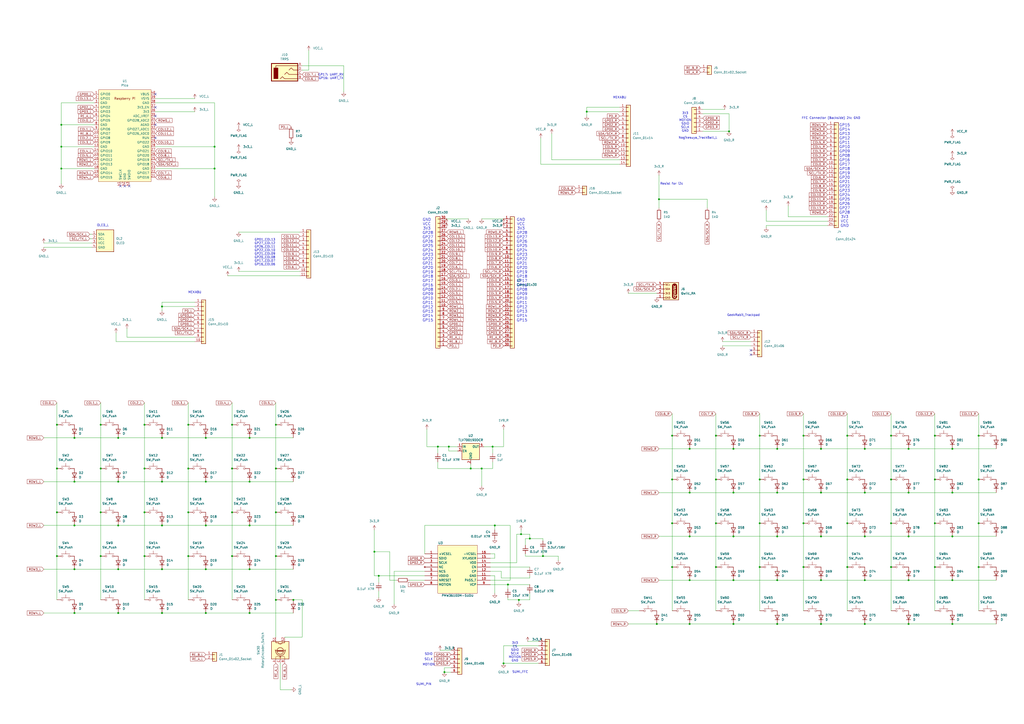
<source format=kicad_sch>
(kicad_sch (version 20250114) (generator "eeschema") (generator_version "9.0")
  (paper "A2")
  (text "MOTION" (at 248.666 385.572 0) (effects (font (size 1.27 1.27))))
  (text "GND                                                                                 \nVCC                                                                                 \n3V3                                                                                 \nGP28                                                                                \nGP27                                                                                \nGP26                                                                                \nGP25                                                                                \nGP24                                                                                \nGP23                                                                                \nGP22                                                                                \nGP21                                                                                \nGP20                                                                                \nGP19                                                                                \nGP18                                                                                \nGP17                                                                                \nGP16                                                                                \nGP08                                                                                \nGP09                                                                                \nGP10                                                                                \nGP11                                                                                \nGP12                                                                                \nGP13                                                                                \nGP14                                                                                \nGP15                                                                                \n" (at 350.774 156.718 0) (effects (font (size 1.5748 1.5748))))
  (text "MEKABU" (at 359.41 56.642 0) (effects (font (size 1.27 1.27))))
  (text "Resist for i2c" (at 389.636 106.68 0) (effects (font (size 1.27 1.27))))
  (text "GP17: UART_RX\nGP16: UART_TX" (at 192.024 44.45 0) (effects (font (size 1.27 1.27))))
  (text "3V3\nCS\nMOTION\nSDIO\nSCLK\nGND" (at 397.51 70.866 0) (effects (font (size 1.27 1.27))))
  (text "GeekRabit_Trackpad" (at 431.292 182.88 0) (effects (font (size 1.27 1.27))))
  (text "GND                                                                                 \nVCC                                                                                 \n3V3                                                                                 \nGP28                                                                                \nGP27                                                                                \nGP26                                                                                \nGP25                                                                                \nGP24                                                                                \nGP23                                                                                \nGP22                                                                                \nGP21                                                                                \nGP20                                                                                \nGP19                                                                                \nGP18                                                                                \nGP17                                                                                \nGP16                                                                                \nGP08                                                                                \nGP09                                                                                \nGP10                                                                                \nGP11                                                                                \nGP12                                                                                \nGP13                                                                                \nGP14                                                                                \nGP15                                                                                \n" (at 296.164 156.718 0) (effects (font (size 1.5748 1.5748))))
  (text "SDIO" (at 248.666 379.476 0) (effects (font (size 1.27 1.27))))
  (text "SCLK\n" (at 248.666 382.524 0) (effects (font (size 1.27 1.27))))
  (text "SUMI_PIN" (at 245.872 397.002 0) (effects (font (size 1.27 1.27))))
  (text "OLED_L" (at 59.69 130.81 0) (effects (font (size 1.27 1.27))))
  (text "FFC Connector (Backside) 24: GND" (at 482.092 68.58 0) (effects (font (size 1.27 1.27))))
  (text "GP01_COL13\nGP27_COL12\nGP26_COL11\nGP22_COL10\nGP21_COL09\nGP20_COL08\nGP17_COL07\nGP16_COL06" (at 153.67 146.304 0) (effects (font (size 1.27 1.27))))
  (text "SUMI_FFC" (at 301.752 389.89 0) (effects (font (size 1.27 1.27))))
  (text "MEKABU" (at 113.03 169.672 0) (effects (font (size 1.27 1.27))))
  (text "GP15\nGP14\nGP13\nGP12\nGP11\nGP10\nGP09\nGP08\nGP16\nGP17\nGP18\nGP19\nGP20\nGP21\nGP22\nGP23\nGP24\nGP25\nGP26\nGP27\nGP28\n3V3\nVCC\nGND\n" (at 489.966 101.854 0) (effects (font (size 1.5748 1.5748))))
  (text "Nogikesuya_TrackBall_L" (at 404.876 80.01 0) (effects (font (size 1.27 1.27))))
  (text "3V3\nCS\nSDIO\nSCLK\nMOTION\nGND" (at 298.704 378.206 0) (effects (font (size 1.27 1.27))))
  (junction (at 527.05 361.95))
  (junction (at 476.25 361.95))
  (junction (at 33.02 271.78))
  (junction (at 422.91 76.2))
  (junction (at 552.45 260.35))
  (junction (at 400.05 361.95))
  (junction (at 109.22 271.78))
  (junction (at 527.05 336.55))
  (junction (at 160.02 271.78))
  (junction (at 83.82 297.18))
  (junction (at 476.25 260.35))
  (junction (at 35.56 72.39))
  (junction (at 58.42 271.78))
  (junction (at 273.05 271.78))
  (junction (at 35.56 97.79))
  (junction (at 567.69 303.53))
  (junction (at 400.05 260.35))
  (junction (at 144.78 279.4))
  (junction (at 144.78 304.8))
  (junction (at 144.78 254))
  (junction (at 542.29 278.13))
  (junction (at 134.62 297.18))
  (junction (at 516.89 328.93))
  (junction (at 527.05 260.35))
  (junction (at 109.22 297.18))
  (junction (at 33.02 322.58))
  (junction (at 160.02 297.18))
  (junction (at 542.29 252.73))
  (junction (at 389.89 278.13))
  (junction (at 124.46 97.79))
  (junction (at 450.85 361.95))
  (junction (at 389.89 303.53))
  (junction (at 476.25 336.55))
  (junction (at 382.27 115.57))
  (junction (at 516.89 303.53))
  (junction (at 119.38 355.6))
  (junction (at 83.82 271.78))
  (junction (at 217.17 320.04))
  (junction (at 415.29 328.93))
  (junction (at 68.58 330.2))
  (junction (at 33.02 297.18))
  (junction (at 33.02 246.38))
  (junction (at 400.05 285.75))
  (junction (at 340.36 64.77))
  (junction (at 93.98 355.6))
  (junction (at 93.98 330.2))
  (junction (at 109.22 246.38))
  (junction (at 83.82 322.58))
  (junction (at 43.18 279.4))
  (junction (at 527.05 311.15))
  (junction (at 58.42 297.18))
  (junction (at 400.05 311.15))
  (junction (at 527.05 285.75))
  (junction (at 93.98 279.4))
  (junction (at 516.89 252.73))
  (junction (at 491.49 252.73))
  (junction (at 134.62 271.78))
  (junction (at 450.85 336.55))
  (junction (at 119.38 304.8))
  (junction (at 160.02 246.38))
  (junction (at 43.18 330.2))
  (junction (at 300.99 347.98))
  (junction (at 119.38 254))
  (junction (at 294.64 339.09))
  (junction (at 491.49 328.93))
  (junction (at 501.65 260.35))
  (junction (at 552.45 336.55))
  (junction (at 552.45 311.15))
  (junction (at 254 259.08))
  (junction (at 381 361.95))
  (junction (at 425.45 361.95))
  (junction (at 35.56 85.09))
  (junction (at 93.98 304.8))
  (junction (at 285.75 259.08))
  (junction (at 292.1 384.81))
  (junction (at 425.45 285.75))
  (junction (at 134.62 322.58))
  (junction (at 389.89 252.73))
  (junction (at 440.69 328.93))
  (junction (at 425.45 311.15))
  (junction (at 144.78 330.2))
  (junction (at 109.22 322.58))
  (junction (at 542.29 303.53))
  (junction (at 93.98 177.8))
  (junction (at 400.05 336.55))
  (junction (at 68.58 279.4))
  (junction (at 257.81 389.89))
  (junction (at 440.69 252.73))
  (junction (at 260.35 259.08))
  (junction (at 279.4 271.78))
  (junction (at 450.85 285.75))
  (junction (at 170.18 347.98))
  (junction (at 501.65 361.95))
  (junction (at 542.29 328.93))
  (junction (at 307.34 312.42))
  (junction (at 552.45 285.75))
  (junction (at 567.69 328.93))
  (junction (at 144.78 355.6))
  (junction (at 567.69 278.13))
  (junction (at 567.69 252.73))
  (junction (at 389.89 328.93))
  (junction (at 68.58 304.8))
  (junction (at 83.82 246.38))
  (junction (at 287.02 304.8))
  (junction (at 450.85 311.15))
  (junction (at 58.42 246.38))
  (junction (at 68.58 254))
  (junction (at 491.49 278.13))
  (junction (at 43.18 355.6))
  (junction (at 450.85 260.35))
  (junction (at 466.09 252.73))
  (junction (at 552.45 361.95))
  (junction (at 160.02 322.58))
  (junction (at 314.96 322.58))
  (junction (at 466.09 278.13))
  (junction (at 119.38 330.2))
  (junction (at 466.09 303.53))
  (junction (at 58.42 322.58))
  (junction (at 501.65 336.55))
  (junction (at 43.18 254))
  (junction (at 425.45 336.55))
  (junction (at 491.49 303.53))
  (junction (at 440.69 278.13))
  (junction (at 219.71 334.01))
  (junction (at 302.26 309.88))
  (junction (at 415.29 252.73))
  (junction (at 119.38 279.4))
  (junction (at 440.69 303.53))
  (junction (at 476.25 311.15))
  (junction (at 43.18 304.8))
  (junction (at 501.65 285.75))
  (junction (at 415.29 278.13))
  (junction (at 68.58 355.6))
  (junction (at 466.09 328.93))
  (junction (at 501.65 311.15))
  (junction (at 124.46 85.09))
  (junction (at 425.45 260.35))
  (junction (at 476.25 285.75))
  (junction (at 516.89 278.13))
  (junction (at 134.62 246.38))
  (junction (at 415.29 303.53))
  (junction (at 93.98 254))
  (junction (at 160.02 347.98))
  (no_connect (at 72.39 107.95))
  (no_connect (at 90.17 67.31))
  (no_connect (at 435.61 205.74))
  (no_connect (at 90.17 80.01))
  (no_connect (at 90.17 54.61))
  (no_connect (at 74.93 107.95))
  (no_connect (at 69.85 107.95))
  (no_connect (at 90.17 72.39))
  (no_connect (at 90.17 62.23))
  (no_connect (at 435.61 203.2))
  (wire (pts (xy 52.07 138.43) (xy 53.34 138.43)))
  (wire (pts (xy 35.56 59.69) (xy 35.56 72.39)))
  (wire (pts (xy 425.45 336.55) (xy 450.85 336.55)))
  (wire (pts (xy 542.29 328.93) (xy 542.29 354.33)))
  (wire (pts (xy 67.31 198.12) (xy 113.03 198.12)))
  (wire (pts (xy 124.46 59.69) (xy 124.46 85.09)))
  (wire (pts (xy 450.85 285.75) (xy 476.25 285.75)))
  (wire (pts (xy 491.49 252.73) (xy 491.49 278.13)))
  (wire (pts (xy 119.38 355.6) (xy 144.78 355.6)))
  (wire (pts (xy 254 259.08) (xy 254 262.89)))
  (wire (pts (xy 294.64 339.09) (xy 294.64 341.63)))
  (wire (pts (xy 295.91 336.55) (xy 284.48 336.55)))
  (wire (pts (xy 527.05 260.35) (xy 552.45 260.35)))
  (wire (pts (xy 124.46 97.79) (xy 124.46 114.3)))
  (wire (pts (xy 425.45 361.95) (xy 450.85 361.95)))
  (wire (pts (xy 480.06 125.73) (xy 457.2 125.73)))
  (wire (pts (xy 389.89 278.13) (xy 389.89 303.53)))
  (wire (pts (xy 68.58 279.4) (xy 93.98 279.4)))
  (wire (pts (xy 287.02 304.8) (xy 295.91 304.8)))
  (wire (pts (xy 113.03 195.58) (xy 73.66 195.58)))
  (wire (pts (xy 284.48 321.31) (xy 287.02 321.31)))
  (wire (pts (xy 400.05 361.95) (xy 425.45 361.95)))
  (wire (pts (xy 382.27 101.6) (xy 382.27 115.57)))
  (wire (pts (xy 73.66 195.58) (xy 73.66 190.5)))
  (wire (pts (xy 287.02 304.8) (xy 287.02 307.34)))
  (wire (pts (xy 567.69 252.73) (xy 567.69 278.13)))
  (wire (pts (xy 237.49 336.55) (xy 246.38 336.55)))
  (wire (pts (xy 119.38 330.2) (xy 144.78 330.2)))
  (wire (pts (xy 160.02 233.68) (xy 160.02 246.38)))
  (wire (pts (xy 33.02 297.18) (xy 33.02 322.58)))
  (wire (pts (xy 300.99 347.98) (xy 307.34 347.98)))
  (wire (pts (xy 552.45 311.15) (xy 577.85 311.15)))
  (wire (pts (xy 476.25 260.35) (xy 501.65 260.35)))
  (wire (pts (xy 165.1 369.57) (xy 175.26 369.57)))
  (wire (pts (xy 364.49 361.95) (xy 381 361.95)))
  (wire (pts (xy 302.26 309.88) (xy 307.34 309.88)))
  (wire (pts (xy 364.49 354.33) (xy 370.84 354.33)))
  (wire (pts (xy 68.58 254) (xy 93.98 254)))
  (wire (pts (xy 35.56 97.79) (xy 54.61 97.79)))
  (wire (pts (xy 466.09 303.53) (xy 466.09 328.93)))
  (wire (pts (xy 179.07 40.64) (xy 175.26 40.64)))
  (wire (pts (xy 299.72 309.88) (xy 302.26 309.88)))
  (wire (pts (xy 313.69 80.01) (xy 313.69 95.25)))
  (wire (pts (xy 160.02 297.18) (xy 160.02 322.58)))
  (wire (pts (xy 527.05 336.55) (xy 552.45 336.55)))
  (wire (pts (xy 476.25 285.75) (xy 501.65 285.75)))
  (wire (pts (xy 58.42 233.68) (xy 58.42 246.38)))
  (wire (pts (xy 444.5 121.92) (xy 444.5 128.27)))
  (wire (pts (xy 199.39 53.34) (xy 199.39 38.1)))
  (wire (pts (xy 285.75 267.97) (xy 285.75 271.78)))
  (wire (pts (xy 119.38 279.4) (xy 144.78 279.4)))
  (wire (pts (xy 307.34 312.42) (xy 314.96 312.42)))
  (wire (pts (xy 501.65 361.95) (xy 527.05 361.95)))
  (wire (pts (xy 162.56 384.81) (xy 162.56 400.05)))
  (wire (pts (xy 312.42 374.65) (xy 292.1 374.65)))
  (wire (pts (xy 320.04 77.47) (xy 320.04 92.71)))
  (wire (pts (xy 290.83 331.47) (xy 284.48 331.47)))
  (wire (pts (xy 228.6 350.52) (xy 228.6 331.47)))
  (wire (pts (xy 83.82 297.18) (xy 83.82 322.58)))
  (wire (pts (xy 113.03 175.26) (xy 93.98 175.26)))
  (wire (pts (xy 314.96 313.69) (xy 314.96 312.42)))
  (wire (pts (xy 422.91 66.04) (xy 422.91 76.2)))
  (wire (pts (xy 43.18 330.2) (xy 68.58 330.2)))
  (wire (pts (xy 285.75 259.08) (xy 292.1 259.08)))
  (wire (pts (xy 279.4 271.78) (xy 279.4 281.94)))
  (wire (pts (xy 501.65 311.15) (xy 527.05 311.15)))
  (wire (pts (xy 552.45 336.55) (xy 577.85 336.55)))
  (wire (pts (xy 35.56 97.79) (xy 35.56 106.68)))
  (wire (pts (xy 134.62 297.18) (xy 134.62 322.58)))
  (wire (pts (xy 83.82 322.58) (xy 83.82 347.98)))
  (wire (pts (xy 476.25 336.55) (xy 501.65 336.55)))
  (wire (pts (xy 382.27 336.55) (xy 400.05 336.55)))
  (wire (pts (xy 340.36 62.23) (xy 340.36 64.77)))
  (wire (pts (xy 294.64 339.09) (xy 307.34 339.09)))
  (wire (pts (xy 415.29 328.93) (xy 415.29 354.33)))
  (wire (pts (xy 542.29 303.53) (xy 542.29 328.93)))
  (wire (pts (xy 340.36 64.77) (xy 359.41 64.77)))
  (wire (pts (xy 109.22 271.78) (xy 109.22 297.18)))
  (wire (pts (xy 294.64 346.71) (xy 294.64 347.98)))
  (wire (pts (xy 83.82 233.68) (xy 83.82 246.38)))
  (wire (pts (xy 90.17 85.09) (xy 124.46 85.09)))
  (wire (pts (xy 542.29 278.13) (xy 542.29 303.53)))
  (wire (pts (xy 466.09 240.03) (xy 466.09 252.73)))
  (wire (pts (xy 138.43 157.48) (xy 173.99 157.48)))
  (wire (pts (xy 273.05 271.78) (xy 273.05 269.24)))
  (wire (pts (xy 199.39 38.1) (xy 175.26 38.1)))
  (wire (pts (xy 312.42 372.11) (xy 306.07 372.11)))
  (wire (pts (xy 314.96 322.58) (xy 323.85 322.58)))
  (wire (pts (xy 179.07 29.21) (xy 179.07 40.64)))
  (wire (pts (xy 491.49 240.03) (xy 491.49 252.73)))
  (wire (pts (xy 466.09 328.93) (xy 466.09 354.33)))
  (wire (pts (xy 444.5 130.81) (xy 480.06 130.81)))
  (wire (pts (xy 382.27 120.65) (xy 382.27 115.57)))
  (wire (pts (xy 415.29 278.13) (xy 415.29 303.53)))
  (wire (pts (xy 58.42 271.78) (xy 58.42 297.18)))
  (wire (pts (xy 407.67 66.04) (xy 422.91 66.04)))
  (wire (pts (xy 83.82 271.78) (xy 83.82 297.18)))
  (wire (pts (xy 119.38 304.8) (xy 144.78 304.8)))
  (wire (pts (xy 307.34 347.98) (xy 307.34 344.17)))
  (wire (pts (xy 257.81 387.35) (xy 257.81 389.89)))
  (wire (pts (xy 364.49 170.18) (xy 381 170.18)))
  (wire (pts (xy 219.71 334.01) (xy 219.71 337.82)))
  (wire (pts (xy 35.56 59.69) (xy 54.61 59.69)))
  (wire (pts (xy 217.17 334.01) (xy 219.71 334.01)))
  (wire (pts (xy 552.45 361.95) (xy 577.85 361.95)))
  (wire (pts (xy 33.02 233.68) (xy 33.02 246.38)))
  (wire (pts (xy 501.65 260.35) (xy 527.05 260.35)))
  (wire (pts (xy 93.98 177.8) (xy 93.98 180.34)))
  (wire (pts (xy 35.56 85.09) (xy 35.56 97.79)))
  (wire (pts (xy 516.89 240.03) (xy 516.89 252.73)))
  (wire (pts (xy 144.78 355.6) (xy 170.18 355.6)))
  (wire (pts (xy 300.99 347.98) (xy 300.99 349.25)))
  (wire (pts (xy 246.38 321.31) (xy 246.38 304.8)))
  (wire (pts (xy 265.43 259.08) (xy 260.35 259.08)))
  (wire (pts (xy 516.89 252.73) (xy 516.89 278.13)))
  (wire (pts (xy 302.26 307.34) (xy 302.26 309.88)))
  (wire (pts (xy 552.45 260.35) (xy 577.85 260.35)))
  (wire (pts (xy 501.65 285.75) (xy 527.05 285.75)))
  (wire (pts (xy 25.4 143.51) (xy 53.34 143.51)))
  (wire (pts (xy 292.1 384.81) (xy 312.42 384.81)))
  (wire (pts (xy 284.48 334.01) (xy 287.02 334.01)))
  (wire (pts (xy 52.07 135.89) (xy 53.34 135.89)))
  (wire (pts (xy 292.1 259.08) (xy 292.1 248.92)))
  (wire (pts (xy 552.45 285.75) (xy 577.85 285.75)))
  (wire (pts (xy 419.1 200.66) (xy 435.61 200.66)))
  (wire (pts (xy 134.62 322.58) (xy 134.62 347.98)))
  (wire (pts (xy 93.98 330.2) (xy 119.38 330.2)))
  (wire (pts (xy 284.48 326.39) (xy 299.72 326.39)))
  (wire (pts (xy 440.69 278.13) (xy 440.69 303.53)))
  (wire (pts (xy 382.27 311.15) (xy 400.05 311.15)))
  (wire (pts (xy 425.45 285.75) (xy 450.85 285.75)))
  (wire (pts (xy 33.02 271.78) (xy 33.02 297.18)))
  (wire (pts (xy 35.56 72.39) (xy 35.56 85.09)))
  (wire (pts (xy 359.41 62.23) (xy 340.36 62.23)))
  (wire (pts (xy 307.34 335.28) (xy 307.34 334.01)))
  (wire (pts (xy 228.6 331.47) (xy 246.38 331.47)))
  (wire (pts (xy 160.02 271.78) (xy 160.02 297.18)))
  (wire (pts (xy 273.05 271.78) (xy 279.4 271.78)))
  (wire (pts (xy 35.56 72.39) (xy 54.61 72.39)))
  (wire (pts (xy 90.17 97.79) (xy 124.46 97.79)))
  (wire (pts (xy 109.22 233.68) (xy 109.22 246.38)))
  (wire (pts (xy 314.96 318.77) (xy 314.96 322.58)))
  (wire (pts (xy 307.34 309.88) (xy 307.34 312.42)))
  (wire (pts (xy 175.26 347.98) (xy 170.18 347.98)))
  (wire (pts (xy 279.4 127) (xy 292.1 127)))
  (wire (pts (xy 219.71 342.9) (xy 219.71 346.71)))
  (wire (pts (xy 160.02 347.98) (xy 160.02 369.57)))
  (wire (pts (xy 162.56 400.05) (xy 168.91 400.05)))
  (wire (pts (xy 254 271.78) (xy 273.05 271.78)))
  (wire (pts (xy 67.31 193.04) (xy 67.31 198.12)))
  (wire (pts (xy 294.64 347.98) (xy 300.99 347.98)))
  (wire (pts (xy 491.49 328.93) (xy 491.49 354.33)))
  (wire (pts (xy 400.05 285.75) (xy 425.45 285.75)))
  (wire (pts (xy 516.89 303.53) (xy 516.89 328.93)))
  (wire (pts (xy 217.17 307.34) (xy 217.17 320.04)))
  (wire (pts (xy 440.69 240.03) (xy 440.69 252.73)))
  (wire (pts (xy 287.02 334.01) (xy 287.02 344.17)))
  (wire (pts (xy 25.4 254) (xy 43.18 254)))
  (wire (pts (xy 226.06 336.55) (xy 226.06 320.04)))
  (wire (pts (xy 93.98 355.6) (xy 119.38 355.6)))
  (wire (pts (xy 33.02 246.38) (xy 33.02 271.78)))
  (wire (pts (xy 160.02 322.58) (xy 160.02 347.98)))
  (wire (pts (xy 246.38 304.8) (xy 287.02 304.8)))
  (wire (pts (xy 381 361.95) (xy 400.05 361.95)))
  (wire (pts (xy 440.69 303.53) (xy 440.69 328.93)))
  (wire (pts (xy 144.78 254) (xy 170.18 254)))
  (wire (pts (xy 261.62 377.19) (xy 255.27 377.19)))
  (wire (pts (xy 340.36 64.77) (xy 340.36 67.31)))
  (wire (pts (xy 410.21 120.65) (xy 410.21 115.57)))
  (wire (pts (xy 542.29 252.73) (xy 542.29 278.13)))
  (wire (pts (xy 527.05 285.75) (xy 552.45 285.75)))
  (wire (pts (xy 450.85 361.95) (xy 476.25 361.95)))
  (wire (pts (xy 567.69 278.13) (xy 567.69 303.53)))
  (wire (pts (xy 450.85 311.15) (xy 476.25 311.15)))
  (wire (pts (xy 476.25 361.95) (xy 501.65 361.95)))
  (wire (pts (xy 247.65 259.08) (xy 247.65 248.92)))
  (wire (pts (xy 68.58 304.8) (xy 93.98 304.8)))
  (wire (pts (xy 415.29 252.73) (xy 415.29 278.13)))
  (wire (pts (xy 58.42 322.58) (xy 58.42 347.98)))
  (wire (pts (xy 217.17 320.04) (xy 217.17 334.01)))
  (wire (pts (xy 260.35 259.08) (xy 254 259.08)))
  (wire (pts (xy 444.5 132.08) (xy 444.5 130.81)))
  (wire (pts (xy 93.98 177.8) (xy 113.03 177.8)))
  (wire (pts (xy 425.45 260.35) (xy 450.85 260.35)))
  (wire (pts (xy 295.91 304.8) (xy 295.91 336.55)))
  (wire (pts (xy 516.89 278.13) (xy 516.89 303.53)))
  (wire (pts (xy 450.85 260.35) (xy 476.25 260.35)))
  (wire (pts (xy 280.67 259.08) (xy 285.75 259.08)))
  (wire (pts (xy 43.18 355.6) (xy 68.58 355.6)))
  (wire (pts (xy 134.62 271.78) (xy 134.62 297.18)))
  (wire (pts (xy 109.22 297.18) (xy 109.22 322.58)))
  (wire (pts (xy 175.26 369.57) (xy 175.26 347.98)))
  (wire (pts (xy 284.48 328.93) (xy 307.34 328.93)))
  (wire (pts (xy 382.27 285.75) (xy 400.05 285.75)))
  (wire (pts (xy 466.09 278.13) (xy 466.09 303.53)))
  (wire (pts (xy 567.69 303.53) (xy 567.69 328.93)))
  (wire (pts (xy 160.02 246.38) (xy 160.02 271.78)))
  (wire (pts (xy 382.27 115.57) (xy 410.21 115.57)))
  (wire (pts (xy 491.49 303.53) (xy 491.49 328.93)))
  (wire (pts (xy 271.78 127) (xy 259.08 127)))
  (wire (pts (xy 93.98 304.8) (xy 119.38 304.8)))
  (wire (pts (xy 425.45 311.15) (xy 450.85 311.15)))
  (wire (pts (xy 219.71 334.01) (xy 246.38 334.01)))
  (wire (pts (xy 444.5 128.27) (xy 480.06 128.27)))
  (wire (pts (xy 567.69 328.93) (xy 567.69 354.33)))
  (wire (pts (xy 304.8 322.58) (xy 314.96 322.58)))
  (wire (pts (xy 132.08 160.02) (xy 173.99 160.02)))
  (wire (pts (xy 400.05 311.15) (xy 425.45 311.15)))
  (wire (pts (xy 290.83 335.28) (xy 290.83 331.47)))
  (wire (pts (xy 43.18 279.4) (xy 68.58 279.4)))
  (wire (pts (xy 466.09 252.73) (xy 466.09 278.13)))
  (wire (pts (xy 254 267.97) (xy 254 271.78)))
  (wire (pts (xy 422.91 76.2) (xy 407.67 76.2)))
  (wire (pts (xy 567.69 240.03) (xy 567.69 252.73)))
  (wire (pts (xy 287.02 323.85) (xy 284.48 323.85)))
  (wire (pts (xy 93.98 175.26) (xy 93.98 177.8)))
  (wire (pts (xy 124.46 85.09) (xy 124.46 97.79)))
  (wire (pts (xy 287.02 321.31) (xy 287.02 323.85)))
  (wire (pts (xy 124.46 59.69) (xy 90.17 59.69)))
  (wire (pts (xy 415.29 303.53) (xy 415.29 328.93)))
  (wire (pts (xy 25.4 140.97) (xy 53.34 140.97)))
  (wire (pts (xy 83.82 246.38) (xy 83.82 271.78)))
  (wire (pts (xy 138.43 134.62) (xy 173.99 134.62)))
  (wire (pts (xy 43.18 304.8) (xy 68.58 304.8)))
  (wire (pts (xy 476.25 311.15) (xy 501.65 311.15)))
  (wire (pts (xy 419.1 198.12) (xy 435.61 198.12)))
  (wire (pts (xy 25.4 330.2) (xy 43.18 330.2)))
  (wire (pts (xy 304.8 312.42) (xy 304.8 316.23)))
  (wire (pts (xy 304.8 321.31) (xy 304.8 322.58)))
  (wire (pts (xy 359.41 92.71) (xy 320.04 92.71)))
  (wire (pts (xy 68.58 330.2) (xy 93.98 330.2)))
  (wire (pts (xy 144.78 304.8) (xy 170.18 304.8)))
  (wire (pts (xy 285.75 271.78) (xy 279.4 271.78)))
  (wire (pts (xy 389.89 328.93) (xy 389.89 354.33)))
  (wire (pts (xy 25.4 279.4) (xy 43.18 279.4)))
  (wire (pts (xy 25.4 355.6) (xy 43.18 355.6)))
  (wire (pts (xy 307.34 335.28) (xy 290.83 335.28)))
  (wire (pts (xy 254 259.08) (xy 247.65 259.08)))
  (wire (pts (xy 450.85 336.55) (xy 476.25 336.55)))
  (wire (pts (xy 229.87 336.55) (xy 226.06 336.55)))
  (wire (pts (xy 382.27 260.35) (xy 400.05 260.35)))
  (wire (pts (xy 440.69 328.93) (xy 440.69 354.33)))
  (wire (pts (xy 25.4 304.8) (xy 43.18 304.8)))
  (wire (pts (xy 527.05 361.95) (xy 552.45 361.95)))
  (wire (pts (xy 43.18 254) (xy 68.58 254)))
  (wire (pts (xy 144.78 279.4) (xy 170.18 279.4)))
  (wire (pts (xy 226.06 320.04) (xy 217.17 320.04)))
  (wire (pts (xy 323.85 325.12) (xy 323.85 322.58)))
  (wire (pts (xy 90.17 57.15) (xy 113.03 57.15)))
  (wire (pts (xy 109.22 246.38) (xy 109.22 271.78)))
  (wire (pts (xy 542.29 240.03) (xy 542.29 252.73)))
  (wire (pts (xy 93.98 279.4) (xy 119.38 279.4)))
  (wire (pts (xy 134.62 246.38) (xy 134.62 271.78)))
  (wire (pts (xy 457.2 125.73) (xy 457.2 119.38)))
  (wire (pts (xy 90.17 64.77) (xy 113.03 64.77)))
  (wire (pts (xy 440.69 252.73) (xy 440.69 278.13)))
  (wire (pts (xy 109.22 322.58) (xy 109.22 347.98)))
  (wire (pts (xy 359.41 95.25) (xy 313.69 95.25)))
  (wire (pts (xy 261.62 387.35) (xy 257.81 387.35)))
  (wire (pts (xy 33.02 322.58) (xy 33.02 347.98)))
  (wire (pts (xy 68.58 355.6) (xy 93.98 355.6)))
  (wire (pts (xy 400.05 336.55) (xy 425.45 336.55)))
  (wire (pts (xy 501.65 336.55) (xy 527.05 336.55)))
  (wire (pts (xy 407.67 63.5) (xy 420.37 63.5)))
  (wire (pts (xy 265.43 261.62) (xy 260.35 261.62)))
  (wire (pts (xy 144.78 330.2) (xy 170.18 330.2)))
  (wire (pts (xy 134.62 233.68) (xy 134.62 246.38)))
  (wire (pts (xy 284.48 339.09) (xy 294.64 339.09)))
  (wire (pts (xy 292.1 374.65) (xy 292.1 384.81)))
  (wire (pts (xy 527.05 311.15) (xy 552.45 311.15)))
  (wire (pts (xy 257.81 389.89) (xy 261.62 389.89)))
  (wire (pts (xy 58.42 246.38) (xy 58.42 271.78)))
  (wire (pts (xy 93.98 254) (xy 119.38 254)))
  (wire (pts (xy 415.29 240.03) (xy 415.29 252.73)))
  (wire (pts (xy 299.72 326.39) (xy 299.72 309.88)))
  (wire (pts (xy 516.89 328.93) (xy 516.89 354.33)))
  (wire (pts (xy 260.35 261.62) (xy 260.35 259.08)))
  (wire (pts (xy 389.89 240.03) (xy 389.89 252.73)))
  (wire (pts (xy 54.61 85.09) (xy 35.56 85.09)))
  (wire (pts (xy 491.49 278.13) (xy 491.49 303.53)))
  (wire (pts (xy 307.34 312.42) (xy 304.8 312.42)))
  (wire (pts (xy 285.75 259.08) (xy 285.75 262.89)))
  (wire (pts (xy 389.89 303.53) (xy 389.89 328.93)))
  (wire (pts (xy 389.89 252.73) (xy 389.89 278.13)))
  (wire (pts (xy 119.38 254) (xy 144.78 254)))
  (wire (pts (xy 58.42 297.18) (xy 58.42 322.58)))
  (wire (pts (xy 400.05 260.35) (xy 425.45 260.35)))
  (global_label "COL6_L" (shape input) (at 259.08 154.94 0) (property "Intersheetrefs" "${INTERSHEET_REFS}" (effects (hide yes))))
  (global_label "ROW1_R" (shape input) (at 382.27 285.75 180) (property "Intersheetrefs" "${INTERSHEET_REFS}" (effects (hide yes))))
  (global_label "COL2_L" (shape input) (at 83.82 233.68 180) (property "Intersheetrefs" "${INTERSHEET_REFS}" (effects (hide yes))))
  (global_label "COL4_R" (shape input) (at 480.06 85.09 180) (property "Intersheetrefs" "${INTERSHEET_REFS}" (effects (hide yes))))
  (global_label "GP00_R" (shape input) (at 292.1 187.96 180) (property "Intersheetrefs" "${INTERSHEET_REFS}" (effects (hide yes))))
  (global_label "COL9_L" (shape input) (at 90.17 87.63 0) (property "Intersheetrefs" "${INTERSHEET_REFS}" (effects (hide yes))))
  (global_label "GP03_L" (shape input) (at 259.08 193.04 0) (property "Intersheetrefs" "${INTERSHEET_REFS}" (effects (hide yes))))
  (global_label "GP03_R" (shape input) (at 292.1 193.04 180) (property "Intersheetrefs" "${INTERSHEET_REFS}" (effects (hide yes))))
  (global_label "COL0_R" (shape input) (at 480.06 95.25 180) (property "Intersheetrefs" "${INTERSHEET_REFS}" (effects (hide yes))))
  (global_label "GP02_R" (shape input) (at 261.62 382.27 180) (property "Intersheetrefs" "${INTERSHEET_REFS}" (effects (hide yes))))
  (global_label "PD_L" (shape input) (at 113.03 180.34 180) (property "Intersheetrefs" "${INTERSHEET_REFS}" (effects (hide yes))))
  (global_label "ROW2_R" (shape input) (at 480.06 77.47 180) (property "Intersheetrefs" "${INTERSHEET_REFS}" (effects (hide yes))))
  (global_label "COL11_L" (shape input) (at 173.99 142.24 180) (property "Intersheetrefs" "${INTERSHEET_REFS}" (effects (hide yes))))
  (global_label "COL10_R" (shape input) (at 292.1 144.78 180) (property "Intersheetrefs" "${INTERSHEET_REFS}" (effects (hide yes))))
  (global_label "COL8_R" (shape input) (at 440.69 240.03 180) (property "Intersheetrefs" "${INTERSHEET_REFS}" (effects (hide yes))))
  (global_label "COL3_R" (shape input) (at 480.06 87.63 180) (property "Intersheetrefs" "${INTERSHEET_REFS}" (effects (hide yes))))
  (global_label "COL7_R" (shape input) (at 292.1 152.4 180) (property "Intersheetrefs" "${INTERSHEET_REFS}" (effects (hide yes))))
  (global_label "ROW2_R" (shape input) (at 359.41 82.55 180) (property "Intersheetrefs" "${INTERSHEET_REFS}" (effects (hide yes))))
  (global_label "ROW4_R" (shape input) (at 480.06 72.39 180) (property "Intersheetrefs" "${INTERSHEET_REFS}" (effects (hide yes))))
  (global_label "RE_A_L" (shape input) (at 119.38 382.27 180) (property "Intersheetrefs" "${INTERSHEET_REFS}" (effects (hide yes))))
  (global_label "COL4_L" (shape input) (at 54.61 87.63 180) (property "Intersheetrefs" "${INTERSHEET_REFS}" (effects (hide yes))))
  (global_label "COL6_R" (shape input) (at 389.89 240.03 180) (property "Intersheetrefs" "${INTERSHEET_REFS}" (effects (hide yes))))
  (global_label "ROW2_R" (shape input) (at 292.1 180.34 180) (property "Intersheetrefs" "${INTERSHEET_REFS}" (effects (hide yes))))
  (global_label "GP00_L" (shape input) (at 259.08 187.96 0) (property "Intersheetrefs" "${INTERSHEET_REFS}" (effects (hide yes))))
  (global_label "COL7_L" (shape input) (at 175.26 43.18 0) (property "Intersheetrefs" "${INTERSHEET_REFS}" (effects (hide yes))))
  (global_label "COL12_L" (shape input) (at 259.08 139.7 0) (property "Intersheetrefs" "${INTERSHEET_REFS}" (effects (hide yes))))
  (global_label "COL2_L" (shape input) (at 54.61 80.01 180) (property "Intersheetrefs" "${INTERSHEET_REFS}" (effects (hide yes))))
  (global_label "COL10_L" (shape input) (at 259.08 144.78 0) (property "Intersheetrefs" "${INTERSHEET_REFS}" (effects (hide yes))))
  (global_label "COL5_L" (shape input) (at 54.61 90.17 180) (property "Intersheetrefs" "${INTERSHEET_REFS}" (effects (hide yes))))
  (global_label "GP02_R" (shape input) (at 407.67 71.12 0) (property "Intersheetrefs" "${INTERSHEET_REFS}" (effects (hide yes))))
  (global_label "GP03_R" (shape input) (at 359.41 69.85 180) (property "Intersheetrefs" "${INTERSHEET_REFS}" (effects (hide yes))))
  (global_label "GP03_L" (shape input) (at 113.03 182.88 180) (property "Intersheetrefs" "${INTERSHEET_REFS}" (effects (hide yes))))
  (global_label "SDA{slash}SCK_L" (shape input) (at 113.03 190.5 180) (property "Intersheetrefs" "${INTERSHEET_REFS}" (effects (hide yes))))
  (global_label "RE_B_L" (shape input) (at 259.08 198.12 0) (property "Intersheetrefs" "${INTERSHEET_REFS}" (effects (hide yes))))
  (global_label "RE_A_L" (shape input) (at 160.02 384.81 270) (property "Intersheetrefs" "${INTERSHEET_REFS}" (effects (hide yes))))
  (global_label "COL7_L" (shape input) (at 259.08 152.4 0) (property "Intersheetrefs" "${INTERSHEET_REFS}" (effects (hide yes))))
  (global_label "COL1_L" (shape input) (at 58.42 233.68 180) (property "Intersheetrefs" "${INTERSHEET_REFS}" (effects (hide yes))))
  (global_label "GP00_R" (shape input) (at 261.62 379.73 180) (property "Intersheetrefs" "${INTERSHEET_REFS}" (effects (hide yes))))
  (global_label "COL4_R" (shape input) (at 292.1 172.72 180) (property "Intersheetrefs" "${INTERSHEET_REFS}" (effects (hide yes))))
  (global_label "COL5_R" (shape input) (at 292.1 175.26 180) (property "Intersheetrefs" "${INTERSHEET_REFS}" (effects (hide yes))))
  (global_label "COL3_L" (shape input) (at 109.22 233.68 180) (property "Intersheetrefs" "${INTERSHEET_REFS}" (effects (hide yes))))
  (global_label "COL1_R" (shape input) (at 480.06 92.71 180) (property "Intersheetrefs" "${INTERSHEET_REFS}" (effects (hide yes))))
  (global_label "GP03_L" (shape input) (at 54.61 64.77 180) (property "Intersheetrefs" "${INTERSHEET_REFS}" (effects (hide yes))))
  (global_label "COL9_L" (shape input) (at 173.99 147.32 180) (property "Intersheetrefs" "${INTERSHEET_REFS}" (effects (hide yes))))
  (global_label "SCL{slash}TX_L" (shape input) (at 52.07 138.43 180) (property "Intersheetrefs" "${INTERSHEET_REFS}" (effects (hide yes))))
  (global_label "SCL{slash}TX_R" (shape input) (at 382.27 128.27 270) (property "Intersheetrefs" "${INTERSHEET_REFS}" (effects (hide yes))))
  (global_label "SDA{slash}SCK_R" (shape input) (at 292.1 160.02 180) (property "Intersheetrefs" "${INTERSHEET_REFS}" (effects (hide yes))))
  (global_label "COL5_R" (shape input) (at 480.06 82.55 180) (property "Intersheetrefs" "${INTERSHEET_REFS}" (effects (hide yes))))
  (global_label "SDA{slash}SCK_R" (shape input) (at 435.61 193.04 180) (property "Intersheetrefs" "${INTERSHEET_REFS}" (effects (hide yes))))
  (global_label "COL3_R" (shape input) (at 292.1 170.18 180) (property "Intersheetrefs" "${INTERSHEET_REFS}" (effects (hide yes))))
  (global_label "ROW4_R" (shape input) (at 292.1 185.42 180) (property "Intersheetrefs" "${INTERSHEET_REFS}" (effects (hide yes))))
  (global_label "GP00_R" (shape input) (at 407.67 68.58 0) (property "Intersheetrefs" "${INTERSHEET_REFS}" (effects (hide yes))))
  (global_label "RE_B_L" (shape input) (at 165.1 384.81 270) (property "Intersheetrefs" "${INTERSHEET_REFS}" (effects (hide yes))))
  (global_label "GP03_R" (shape input) (at 261.62 384.81 180) (property "Intersheetrefs" "${INTERSHEET_REFS}" (effects (hide yes))))
  (global_label "COL7_R" (shape input) (at 415.29 240.03 180) (property "Intersheetrefs" "${INTERSHEET_REFS}" (effects (hide yes))))
  (global_label "ROW1_L" (shape input) (at 259.08 177.8 0) (property "Intersheetrefs" "${INTERSHEET_REFS}" (effects (hide yes))))
  (global_label "SDA{slash}SCK_R" (shape input) (at 410.21 128.27 270) (property "Intersheetrefs" "${INTERSHEET_REFS}" (effects (hide yes))))
  (global_label "PD_L" (shape input) (at 259.08 200.66 0) (property "Intersheetrefs" "${INTERSHEET_REFS}" (effects (hide yes))))
  (global_label "GP02_R" (shape input) (at 312.42 379.73 180) (property "Intersheetrefs" "${INTERSHEET_REFS}" (effects (hide yes))))
  (global_label "COL7_L" (shape input) (at 90.17 100.33 0) (property "Intersheetrefs" "${INTERSHEET_REFS}" (effects (hide yes))))
  (global_label "RE_B_R" (shape input) (at 406.4 39.37 180) (property "Intersheetrefs" "${INTERSHEET_REFS}" (effects (hide yes))))
  (global_label "RE_B_L" (shape input) (at 54.61 77.47 180) (property "Intersheetrefs" "${INTERSHEET_REFS}" (effects (hide yes))))
  (global_label "PD_R" (shape input) (at 359.41 67.31 180) (property "Intersheetrefs" "${INTERSHEET_REFS}" (effects (hide yes))))
  (global_label "COL5_L" (shape input) (at 160.02 233.68 180) (property "Intersheetrefs" "${INTERSHEET_REFS}" (effects (hide yes))))
  (global_label "COL12_L" (shape input) (at 90.17 74.93 0) (property "Intersheetrefs" "${INTERSHEET_REFS}" (effects (hide yes))))
  (global_label "SCL{slash}TX_R" (shape input) (at 480.06 100.33 180) (property "Intersheetrefs" "${INTERSHEET_REFS}" (effects (hide yes))))
  (global_label "COL1_L" (shape input) (at 259.08 165.1 0) (property "Intersheetrefs" "${INTERSHEET_REFS}" (effects (hide yes))))
  (global_label "SCL{slash}TX_R" (shape input) (at 381 165.1 180) (property "Intersheetrefs" "${INTERSHEET_REFS}" (effects (hide yes))))
  (global_label "ROW0_R" (shape input) (at 292.1 134.62 180) (property "Intersheetrefs" "${INTERSHEET_REFS}" (effects (hide yes))))
  (global_label "COL1_L" (shape input) (at 54.61 74.93 180) (property "Intersheetrefs" "${INTERSHEET_REFS}" (effects (hide yes))))
  (global_label "ROW3_R" (shape input) (at 382.27 336.55 180) (property "Intersheetrefs" "${INTERSHEET_REFS}" (effects (hide yes))))
  (global_label "COL6_R" (shape input) (at 480.06 102.87 180) (property "Intersheetrefs" "${INTERSHEET_REFS}" (effects (hide yes))))
  (global_label "PD_L" (shape input) (at 168.91 73.66 180) (property "Intersheetrefs" "${INTERSHEET_REFS}" (effects (hide yes))))
  (global_label "RE_A_R" (shape input) (at 292.1 195.58 180) (property "Intersheetrefs" "${INTERSHEET_REFS}" (effects (hide yes))))
  (global_label "COL13_L" (shape input) (at 259.08 137.16 0) (property "Intersheetrefs" "${INTERSHEET_REFS}" (effects (hide yes))))
  (global_label "COL13_R" (shape input) (at 292.1 137.16 180) (property "Intersheetrefs" "${INTERSHEET_REFS}" (effects (hide yes))))
  (global_label "GP00_L" (shape input) (at 113.03 187.96 180) (property "Intersheetrefs" "${INTERSHEET_REFS}" (effects (hide yes))))
  (global_label "ROW0_L" (shape input) (at 259.08 134.62 0) (property "Intersheetrefs" "${INTERSHEET_REFS}" (effects (hide yes))))
  (global_label "ROW3_L" (shape input) (at 259.08 182.88 0) (property "Intersheetrefs" "${INTERSHEET_REFS}" (effects (hide yes))))
  (global_label "COL2_R" (shape input) (at 292.1 167.64 180) (property "Intersheetrefs" "${INTERSHEET_REFS}" (effects (hide yes))))
  (global_label "ROW3_L" (shape input) (at 25.4 330.2 180) (property "Intersheetrefs" "${INTERSHEET_REFS}" (effects (hide yes))))
  (global_label "PD_R" (shape input) (at 292.1 200.66 180) (property "Intersheetrefs" "${INTERSHEET_REFS}" (effects (hide yes))))
  (global_label "ROW0_L" (shape input) (at 90.17 69.85 0) (property "Intersheetrefs" "${INTERSHEET_REFS}" (effects (hide yes))))
  (global_label "SDA{slash}SCK_L" (shape input) (at 52.07 135.89 180) (property "Intersheetrefs" "${INTERSHEET_REFS}" (effects (hide yes))))
  (global_label "COL13_L" (shape input) (at 54.61 57.15 180) (property "Intersheetrefs" "${INTERSHEET_REFS}" (effects (hide yes))))
  (global_label "COL11_R" (shape input) (at 516.89 240.03 180) (property "Intersheetrefs" "${INTERSHEET_REFS}" (effects (hide yes))))
  (global_label "ROW4_L" (shape input) (at 54.61 102.87 180) (property "Intersheetrefs" "${INTERSHEET_REFS}" (effects (hide yes))))
  (global_label "SDA{slash}SCK_L" (shape input) (at 90.17 95.25 0) (property "Intersheetrefs" "${INTERSHEET_REFS}" (effects (hide yes))))
  (global_label "GP00_L" (shape input) (at 54.61 54.61 180) (property "Intersheetrefs" "${INTERSHEET_REFS}" (effects (hide yes))))
  (global_label "GP03_R" (shape input) (at 312.42 382.27 180) (property "Intersheetrefs" "${INTERSHEET_REFS}" (effects (hide yes))))
  (global_label "COL12_R" (shape input) (at 480.06 118.11 180) (property "Intersheetrefs" "${INTERSHEET_REFS}" (effects (hide yes))))
  (global_label "COL12_R" (shape input) (at 542.29 240.03 180) (property "Intersheetrefs" "${INTERSHEET_REFS}" (effects (hide yes))))
  (global_label "ROW2_L" (shape input) (at 25.4 304.8 180) (property "Intersheetrefs" "${INTERSHEET_REFS}" (effects (hide yes))))
  (global_label "SDA{slash}SCK_R" (shape input) (at 381 167.64 180) (property "Intersheetrefs" "${INTERSHEET_REFS}" (effects (hide yes))))
  (global_label "COL6_L" (shape input) (at 175.26 45.72 0) (property "Intersheetrefs" "${INTERSHEET_REFS}" (effects (hide yes))))
  (global_label "COL9_R" (shape input) (at 480.06 110.49 180) (property "Intersheetrefs" "${INTERSHEET_REFS}" (effects (hide yes))))
  (global_label "ROW4_R" (shape input) (at 364.49 361.95 180) (property "Intersheetrefs" "${INTERSHEET_REFS}" (effects (hide yes))))
  (global_label "SDA{slash}SCK_L" (shape input) (at 259.08 160.02 0) (property "Intersheetrefs" "${INTERSHEET_REFS}" (effects (hide yes))))
  (global_label "COL11_L" (shape input) (at 259.08 142.24 0) (property "Intersheetrefs" "${INTERSHEET_REFS}" (effects (hide yes))))
  (global_label "GP02_R" (shape input) (at 246.38 326.39 180) (property "Intersheetrefs" "${INTERSHEET_REFS}" (effects (hide yes))))
  (global_label "COL11_L" (shape input) (at 90.17 77.47 0) (property "Intersheetrefs" "${INTERSHEET_REFS}" (effects (hide yes))))
  (global_label "ROW0_R" (shape input) (at 480.06 123.19 180) (property "Intersheetrefs" "${INTERSHEET_REFS}" (effects (hide yes))))
  (global_label "COL13_R" (shape input) (at 480.06 120.65 180) (property "Intersheetrefs" "${INTERSHEET_REFS}" (effects (hide yes))))
  (global_label "ROW1_R" (shape input) (at 292.1 177.8 180) (property "Intersheetrefs" "${INTERSHEET_REFS}" (effects (hide yes))))
  (global_label "COL6_R" (shape input) (at 359.41 87.63 180) (property "Intersheetrefs" "${INTERSHEET_REFS}" (effects (hide yes))))
  (global_label "COL8_L" (shape input) (at 259.08 149.86 0) (property "Intersheetrefs" "${INTERSHEET_REFS}" (effects (hide yes))))
  (global_label "GP00_R" (shape input) (at 246.38 323.85 180) (property "Intersheetrefs" "${INTERSHEET_REFS}" (effects (hide yes))))
  (global_label "SCL{slash}TX_R" (shape input) (at 292.1 157.48 180) (property "Intersheetrefs" "${INTERSHEET_REFS}" (effects (hide yes))))
  (global_label "COL10_L" (shape input) (at 173.99 144.78 180) (property "Intersheetrefs" "${INTERSHEET_REFS}" (effects (hide yes))))
  (global_label "COL6_L" (shape input) (at 90.17 102.87 0) (property "Intersheetrefs" "${INTERSHEET_REFS}" (effects (hide yes))))
  (global_label "GP03_R" (shape input) (at 246.38 339.09 180) (property "Intersheetrefs" "${INTERSHEET_REFS}" (effects (hide yes))))
  (global_label "ROW1_R" (shape input) (at 480.06 80.01 180) (property "Intersheetrefs" "${INTERSHEET_REFS}" (effects (hide yes))))
  (global_label "RE_B_R" (shape input) (at 292.1 198.12 180) (property "Intersheetrefs" "${INTERSHEET_REFS}" (effects (hide yes))))
  (global_label "ROW2_L" (shape input) (at 259.08 180.34 0) (property "Intersheetrefs" "${INTERSHEET_REFS}" (effects (hide yes))))
  (global_label "COL7_L" (shape input) (at 173.99 152.4 180) (property "Intersheetrefs" "${INTERSHEET_REFS}" (effects (hide yes))))
  (global_label "ROW4_L" (shape input) (at 259.08 185.42 0) (property "Intersheetrefs" "${INTERSHEET_REFS}" (effects (hide yes))))
  (global_label "ROW0_R" (shape input) (at 382.27 260.35 180) (property "Intersheetrefs" "${INTERSHEET_REFS}" (effects (hide yes))))
  (global_label "COL12_L" (shape input) (at 173.99 139.7 180) (property "Intersheetrefs" "${INTERSHEET_REFS}" (effects (hide yes))))
  (global_label "COL7_R" (shape input) (at 480.06 105.41 180) (property "Intersheetrefs" "${INTERSHEET_REFS}" (effects (hide yes))))
  (global_label "COL5_R" (shape input) (at 364.49 354.33 180) (property "Intersheetrefs" "${INTERSHEET_REFS}" (effects (hide yes))))
  (global_label "COL8_R" (shape input) (at 292.1 149.86 180) (property "Intersheetrefs" "${INTERSHEET_REFS}" (effects (hide yes))))
  (global_label "ROW0_L" (shape input) (at 25.4 254 180) (property "Intersheetrefs" "${INTERSHEET_REFS}" (effects (hide yes))))
  (global_label "RE_A_R" (shape input) (at 406.4 41.91 180) (property "Intersheetrefs" "${INTERSHEET_REFS}" (effects (hide yes))))
  (global_label "COL2_R" (shape input) (at 480.06 90.17 180) (property "Intersheetrefs" "${INTERSHEET_REFS}" (effects (hide yes))))
  (global_label "SCL{slash}TX_L" (shape input) (at 113.03 193.04 180) (property "Intersheetrefs" "${INTERSHEET_REFS}" (effects (hide yes))))
  (global_label "SCL{slash}TX_L" (shape input) (at 90.17 92.71 0) (property "Intersheetrefs" "${INTERSHEET_REFS}" (effects (hide yes))))
  (global_label "ROW3_L" (shape input) (at 54.61 100.33 180) (property "Intersheetrefs" "${INTERSHEET_REFS}" (effects (hide yes))))
  (global_label "COL9_R" (shape input) (at 292.1 147.32 180) (property "Intersheetrefs" "${INTERSHEET_REFS}" (effects (hide yes))))
  (global_label "ROW2_R" (shape input) (at 382.27 311.15 180) (property "Intersheetrefs" "${INTERSHEET_REFS}" (effects (hide yes))))
  (global_label "GP02_L" (shape input) (at 113.03 185.42 180) (property "Intersheetrefs" "${INTERSHEET_REFS}" (effects (hide yes))))
  (global_label "ROW3_R" (shape input) (at 480.06 74.93 180) (property "Intersheetrefs" "${INTERSHEET_REFS}" (effects (hide yes))))
  (global_label "COL0_L" (shape input) (at 54.61 69.85 180) (property "Intersheetrefs" "${INTERSHEET_REFS}" (effects (hide yes))))
  (global_label "COL6_R" (shape input) (at 292.1 154.94 180) (property "Intersheetrefs" "${INTERSHEET_REFS}" (effects (hide yes))))
  (global_label "COL0_L" (shape input) (at 33.02 233.68 180) (property "Intersheetrefs" "${INTERSHEET_REFS}" (effects (hide yes))))
  (global_label "COL8_L" (shape input) (at 173.99 149.86 180) (property "Intersheetrefs" "${INTERSHEET_REFS}" (effects (hide yes))))
  (global_label "SCL{slash}TX_L" (shape input) (at 259.08 157.48 0) (property "Intersheetrefs" "${INTERSHEET_REFS}" (effects (hide yes))))
  (global_label "GP02_R" (shape input) (at 359.41 72.39 180) (property "Intersheetrefs" "${INTERSHEET_REFS}" (effects (hide yes))))
  (global_label "SCL{slash}TX_R" (shape input) (at 359.41 80.01 180) (property "Intersheetrefs" "${INTERSHEET_REFS}" (effects (hide yes))))
  (global_label "COL5_R" (shape input) (at 359.41 85.09 180) (property "Intersheetrefs" "${INTERSHEET_REFS}" (effects (hide yes))))
  (global_label "COL0_L" (shape input) (at 259.08 162.56 0) (property "Intersheetrefs" "${INTERSHEET_REFS}" (effects (hide yes))))
  (global_label "COL12_R" (shape input) (at 292.1 139.7 180) (property "Intersheetrefs" "${INTERSHEET_REFS}" (effects (hide yes))))
  (global_label "RE_B_L" (shape input) (at 119.38 379.73 180) (property "Intersheetrefs" "${INTERSHEET_REFS}" (effects (hide yes))))
  (global_label "GP00_R" (shape input) (at 312.42 377.19 180) (property "Intersheetrefs" "${INTERSHEET_REFS}" (effects (hide yes))))
  (global_label "COL5_L" (shape input) (at 259.08 175.26 0) (property "Intersheetrefs" "${INTERSHEET_REFS}" (effects (hide yes))))
  (global_label "COL8_L" (shape input) (at 90.17 90.17 0) (property "Intersheetrefs" "${INTERSHEET_REFS}" (effects (hide yes))))
  (global_label "COL9_R" (shape input) (at 466.09 240.03 180) (property "Intersheetrefs" "${INTERSHEET_REFS}" (effects (hide yes))))
  (global_label "COL10_L" (shape input) (at 90.17 82.55 0) (property "Intersheetrefs" "${INTERSHEET_REFS}" (effects (hide yes))))
  (global_label "GP02_L" (shape input) (at 54.61 62.23 180) (property "Intersheetrefs" "${INTERSHEET_REFS}" (effects (hide yes))))
  (global_label "COL3_L" (shape input) (at 259.08 170.18 0) (property "Intersheetrefs" "${INTERSHEET_REFS}" (effects (hide yes))))
  (global_label "COL3_L" (shape input) (at 54.61 82.55 180) (property "Intersheetrefs" "${INTERSHEET_REFS}" (effects (hide yes))))
  (global_label "COL4_L" (shape input) (at 134.62 233.68 180) (property "Intersheetrefs" "${INTERSHEET_REFS}" (effects (hide yes))))
  (global_label "COL11_R" (shape input) (at 480.06 115.57 180) (property "Intersheetrefs" "${INTERSHEET_REFS}" (effects (hide yes))))
  (global_label "SCL{slash}TX_R" (shape input) (at 435.61 195.58 180) (property "Intersheetrefs" "${INTERSHEET_REFS}" (effects (hide yes))))
  (global_label "RE_A_L" (shape input) (at 54.61 67.31 180) (property "Intersheetrefs" "${INTERSHEET_REFS}" (effects (hide yes))))
  (global_label "COL8_R" (shape input) (at 480.06 107.95 180) (property "Intersheetrefs" "${INTERSHEET_REFS}" (effects (hide yes))))
  (global_label "COL4_L" (shape input) (at 259.08 172.72 0) (property "Intersheetrefs" "${INTERSHEET_REFS}" (effects (hide yes))))
  (global_label "ROW3_R" (shape input) (at 292.1 182.88 180) (property "Intersheetrefs" "${INTERSHEET_REFS}" (effects (hide yes))))
  (global_label "COL10_R" (shape input) (at 491.49 240.03 180) (property "Intersheetrefs" "${INTERSHEET_REFS}" (effects (hide yes))))
  (global_label "COL0_R" (shape input) (at 292.1 162.56 180) (property "Intersheetrefs" "${INTERSHEET_REFS}" (effects (hide yes))))
  (global_label "ROW1_L" (shape input) (at 25.4 279.4 180) (property "Intersheetrefs" "${INTERSHEET_REFS}" (effects (hide yes))))
  (global_label "RE_A_L" (shape input) (at 259.08 195.58 0) (property "Intersheetrefs" "${INTERSHEET_REFS}" (effects (hide yes))))
  (global_label "ROW2_L" (shape input) (at 54.61 95.25 180) (property "Intersheetrefs" "${INTERSHEET_REFS}" (effects (hide yes))))
  (global_label "COL9_L" (shape input) (at 259.08 147.32 0) (property "Intersheetrefs" "${INTERSHEET_REFS}" (effects (hide yes))))
  (global_label "GP00_R" (shape input) (at 359.41 74.93 180) (property "Intersheetrefs" "${INTERSHEET_REFS}" (effects (hide yes))))
  (global_label "COL6_R" (shape input) (at 334.01 109.22 180) (property "Intersheetrefs" "${INTERSHEET_REFS}" (effects (hide yes))))
  (global_label "ROW4_L" (shape input) (at 25.4 355.6 180) (property "Intersheetrefs" "${INTERSHEET_REFS}" (effects (hide yes))))
  (global_label "ROW4_R" (shape input) (at 334.01 111.76 180) (property "Intersheetrefs" "${INTERSHEET_REFS}" (effects (hide yes))))
  (global_label "GP03_R" (shape input) (at 407.67 73.66 0) (property "Intersheetrefs" "${INTERSHEET_REFS}" (effects (hide yes))))
  (global_label "COL6_L" (shape input) (at 173.99 154.94 180) (property "Intersheetrefs" "${INTERSHEET_REFS}" (effects (hide yes))))
  (global_label "COL2_L" (shape input) (at 259.08 167.64 0) (property "Intersheetrefs" "${INTERSHEET_REFS}" (effects (hide yes))))
  (global_label "SDA{slash}SCK_R" (shape input) (at 480.06 97.79 180) (property "Intersheetrefs" "${INTERSHEET_REFS}" (effects (hide yes))))
  (global_label "GP02_R" (shape input) (at 292.1 190.5 180) (property "Intersheetrefs" "${INTERSHEET_REFS}" (effects (hide yes))))
  (global_label "COL11_R" (shape input) (at 292.1 142.24 180) (property "Intersheetrefs" "${INTERSHEET_REFS}" (effects (hide yes))))
  (global_label "COL13_R" (shape input) (at 567.69 240.03 180) (property "Intersheetrefs" "${INTERSHEET_REFS}" (effects (hide yes))))
  (global_label "COL13_L" (shape input) (at 173.99 137.16 180) (property "Intersheetrefs" "${INTERSHEET_REFS}" (effects (hide yes))))
  (global_label "ROW1_L" (shape input) (at 54.61 92.71 180) (property "Intersheetrefs" "${INTERSHEET_REFS}" (effects (hide yes))))
  (global_label "COL10_R" (shape input) (at 480.06 113.03 180) (property "Intersheetrefs" "${INTERSHEET_REFS}" (effects (hide yes))))
  (global_label "ROW4_R" (shape input) (at 359.41 90.17 180) (property "Intersheetrefs" "${INTERSHEET_REFS}" (effects (hide yes))))
  (global_label "COL1_R" (shape input) (at 292.1 165.1 180) (property "Intersheetrefs" "${INTERSHEET_REFS}" (effects (hide yes))))
  (global_label "GP02_L" (shape input) (at 259.08 190.5 0) (property "Intersheetrefs" "${INTERSHEET_REFS}" (effects (hide yes))))
  (global_label "SDA{slash}SCK_R" (shape input) (at 359.41 77.47 180) (property "Intersheetrefs" "${INTERSHEET_REFS}" (effects (hide yes))))
  (symbol (lib_id "Switch:SW_Push") (at 496.57 278.13 0) (mirror y) (unit 1)
    (property "Reference" "SW72" (at 496.57 270.51 0))
    (property "Value" "SW_Push" (at 496.57 273.05 0))
    (property "Footprint" "Rikkodo_FootPrint:rkd_Asm_ChocV1V2_Hotswap_1u_NM" (effects (hide yes)))
    (property "Description" "Push button switch, generic, two pins" (effects (hide yes)))
  )
  (symbol (lib_id "Switch:SW_Push") (at 496.57 328.93 0) (mirror y) (unit 1)
    (property "Reference" "SW74" (at 496.57 321.31 0))
    (property "Value" "SW_Push" (at 496.57 323.85 0))
    (property "Footprint" "Rikkodo_FootPrint:rkd_Asm_ChocV1V2_Hotswap_1u_NM" (effects (hide yes)))
    (property "Description" "Push button switch, generic, two pins" (effects (hide yes)))
  )
  (symbol (lib_id "power:GND") (at 279.4 281.94 0) (unit 1)
    (property "Reference" "#PWR045" (effects (hide yes)))
    (property "Value" "GND_R" (at 279.4 287.02 0))
    (property "Description" "Power symbol creates a global label with name \"GND\" , ground" (effects (hide yes)))
  )
  (symbol (lib_id "Device:R") (at 382.27 124.46 0) (unit 1)
    (property "Reference" "R5" (at 384.81 123.19 0) (effects (justify left)))
    (property "Value" "1kΩ" (at 384.81 125.73 0) (effects (justify left)))
    (property "Footprint" "Resistor_SMD:R_0603_1608Metric" (effects (hide yes)))
  )
  (symbol (lib_id "Switch:SW_Push") (at 394.97 328.93 0) (mirror y) (unit 1)
    (property "Reference" "SW54" (at 394.97 321.31 0))
    (property "Value" "SW_Push" (at 394.97 323.85 0))
    (property "Footprint" "Rikkodo_FootPrint:rkd_Asm_ChocV1V2_Hotswap_1u_NM" (effects (hide yes)))
    (property "Description" "Push button switch, generic, two pins" (effects (hide yes)))
  )
  (symbol (lib_id "Device:C_Small") (at 285.75 265.43 0) (unit 1)
    (property "Reference" "C2" (at 288.29 264.1662 0) (effects (justify left)))
    (property "Value" "1uF" (at 288.29 266.7062 0) (effects (justify left)))
    (property "Footprint" "Capacitor_SMD:C_0805_2012Metric_Pad1.18x1.45mm_HandSolder" (effects (hide yes)))
    (property "Datasheet" "https://www.zaikostore.com/zaikostore/stockDetail?productIdOfHitotsukara=pr15192734&productName_forFind=MSASL219SB5105KTNA01+(LMK212BJ105KD-T)&typeStock_forFind=all" (effects (hide yes)))
    (property "Description" "Unpolarized capacitor, small symbol" (effects (hide yes)))
  )
  (symbol (lib_id "Device:D") (at 119.38 326.39 90) (unit 1)
    (property "Reference" "D19" (at 121.92 325.1199 90) (effects (justify right)))
    (property "Value" "D" (at 121.92 327.6599 90) (effects (justify right)))
    (property "Footprint" "kbd_Parts:Diode_SMD" (effects (hide yes)))
    (property "Description" "Diode" (effects (hide yes)))
    (property "Sim.Device" "D" (effects (hide yes)))
    (property "Sim.Pins" "1=K 2=A" (effects (hide yes)))
  )
  (symbol (lib_id "power:VCC") (at 313.69 80.01 0) (unit 1)
    (property "Reference" "#PWR032" (effects (hide yes)))
    (property "Value" "VCC_R" (at 313.69 74.93 0))
    (property "Description" "Power symbol creates a global label with name \"VCC\"" (effects (hide yes)))
  )
  (symbol (lib_id "power:+3.3V") (at 217.17 307.34 0) (unit 1)
    (property "Reference" "#PWR024" (effects (hide yes)))
    (property "Value" "3v3_R" (at 217.17 302.26 0))
    (property "Description" "Power symbol creates a global label with name \"+3.3V\"" (effects (hide yes)))
  )
  (symbol (lib_id "Device:C_Small") (at 219.71 340.36 0) (mirror y) (unit 1)
    (property "Reference" "C3" (at 217.17 339.0962 0) (effects (justify left)))
    (property "Value" "0.1uF X7R" (at 217.17 341.6362 0) (effects (justify left)))
    (property "Footprint" "Capacitor_SMD:C_0805_2012Metric_Pad1.18x1.45mm_HandSolder" (effects (hide yes)))
    (property "Datasheet" "https://www.zaikostore.com/zaikostore/stockDetail?productIdOfHitotsukara=pr18030662&productName_forFind=C0805C104J5RACAUTO&typeStock_forFind=all" (effects (hide yes)))
    (property "Description" "Unpolarized capacitor, small symbol" (effects (hide yes)))
  )
  (symbol (lib_id "power:VCC") (at 113.03 57.15 0) (unit 1)
    (property "Reference" "#PWR012" (effects (hide yes)))
    (property "Value" "VCC_L" (at 115.57 55.8799 0) (effects (justify left)))
    (property "Description" "Power symbol creates a global label with name \"VCC\"" (effects (hide yes)))
  )
  (symbol (lib_id "Switch:SW_Push") (at 471.17 303.53 0) (mirror y) (unit 1)
    (property "Reference" "SW68" (at 471.17 295.91 0))
    (property "Value" "SW_Push" (at 471.17 298.45 0))
    (property "Footprint" "Rikkodo_FootPrint:rkd_Asm_ChocV1V2_Hotswap_1u_NM" (effects (hide yes)))
    (property "Description" "Push button switch, generic, two pins" (effects (hide yes)))
  )
  (symbol (lib_id "Device:D") (at 450.85 307.34 90) (unit 1)
    (property "Reference" "D63" (at 453.39 306.0699 90) (effects (justify right)))
    (property "Value" "D" (at 453.39 308.6099 90) (effects (justify right)))
    (property "Footprint" "kbd_Parts:Diode_SMD" (effects (hide yes)))
    (property "Description" "Diode" (effects (hide yes)))
    (property "Sim.Device" "D" (effects (hide yes)))
    (property "Sim.Pins" "1=K 2=A" (effects (hide yes)))
  )
  (symbol (lib_id "Device:D") (at 43.18 300.99 90) (unit 1)
    (property "Reference" "D3" (at 45.72 299.7199 90) (effects (justify right)))
    (property "Value" "D" (at 45.72 302.2599 90) (effects (justify right)))
    (property "Footprint" "kbd_Parts:Diode_SMD" (effects (hide yes)))
    (property "Description" "Diode" (effects (hide yes)))
    (property "Sim.Device" "D" (effects (hide yes)))
    (property "Sim.Pins" "1=K 2=A" (effects (hide yes)))
  )
  (symbol (lib_id "Device:D") (at 119.38 275.59 90) (unit 1)
    (property "Reference" "D17" (at 121.92 274.3199 90) (effects (justify right)))
    (property "Value" "D" (at 121.92 276.8599 90) (effects (justify right)))
    (property "Footprint" "kbd_Parts:Diode_SMD" (effects (hide yes)))
    (property "Description" "Diode" (effects (hide yes)))
    (property "Sim.Device" "D" (effects (hide yes)))
    (property "Sim.Pins" "1=K 2=A" (effects (hide yes)))
  )
  (symbol (lib_id "Switch:SW_Push") (at 165.1 271.78 0) (mirror y) (unit 1)
    (property "Reference" "SW27" (at 165.1 264.16 0))
    (property "Value" "SW_Push" (at 165.1 266.7 0))
    (property "Footprint" "Rikkodo_FootPrint:rkd_Asm_ChocV1V2_Hotswap_1u_NM" (effects (hide yes)))
    (property "Description" "Push button switch, generic, two pins" (effects (hide yes)))
  )
  (symbol (lib_id "power:GND") (at 257.81 389.89 0) (unit 1)
    (property "Reference" "#PWR050" (effects (hide yes)))
    (property "Value" "GND_R" (at 257.81 394.97 0))
    (property "Description" "Power symbol creates a global label with name \"GND\" , ground" (effects (hide yes)))
  )
  (symbol (lib_id "power:GND") (at 287.02 344.17 0) (unit 1)
    (property "Reference" "#PWR038" (effects (hide yes)))
    (property "Value" "GND_R" (at 287.02 349.25 0))
    (property "Description" "Power symbol creates a global label with name \"GND\" , ground" (effects (hide yes)))
  )
  (symbol (lib_id "power:VCC") (at 113.03 64.77 0) (unit 1)
    (property "Reference" "#PWR013" (effects (hide yes)))
    (property "Value" "3v3_L" (at 115.57 63.4999 0) (effects (justify left)))
    (property "Description" "Power symbol creates a global label with name \"VCC\"" (effects (hide yes)))
  )
  (symbol (lib_id "Device:C_Small") (at 287.02 309.88 0) (mirror y) (unit 1)
    (property "Reference" "C4" (at 284.48 308.6162 0) (effects (justify left)))
    (property "Value" "0.01uF X7R" (at 284.48 311.1562 0) (effects (justify left)))
    (property "Footprint" "Capacitor_SMD:C_0805_2012Metric_Pad1.18x1.45mm_HandSolder" (effects (hide yes)))
    (property "Datasheet" "https://www.zaikostore.com/zaikostore/stockDetail?stockID=st39583481&productIdOfHitotsukara=pr13857527&qtyProductAll=3450.0" (effects (hide yes)))
    (property "Description" "Unpolarized capacitor, small symbol" (effects (hide yes)))
  )
  (symbol (lib_id "power:GND") (at 444.5 132.08 0) (unit 1)
    (property "Reference" "#PWR02" (effects (hide yes)))
    (property "Value" "GND_R" (at 444.5 137.16 0))
    (property "Description" "Power symbol creates a global label with name \"GND\" , ground" (effects (hide yes)))
  )
  (symbol (lib_id "Connector_Generic:Conn_01x06") (at 402.59 71.12 180) (unit 1)
    (property "Reference" "J8" (at 402.59 57.15 0))
    (property "Value" "Conn_01x06" (at 402.59 59.69 0))
    (property "Footprint" "Connector_FFC-FPC:Hirose_FH12-6S-0.5SH_1x06-1MP_P0.50mm_Horizontal" (effects (hide yes)))
    (property "Description" "Generic connector, single row, 01x06, script generated (kicad-library-utils/schlib/autogen/connector/)" (effects (hide yes)))
  )
  (symbol (lib_id "Device:R") (at 410.21 124.46 0) (unit 1)
    (property "Reference" "R4" (at 412.75 123.19 0) (effects (justify left)))
    (property "Value" "1kΩ" (at 412.75 125.73 0) (effects (justify left)))
    (property "Footprint" "Resistor_SMD:R_0603_1608Metric" (effects (hide yes)))
  )
  (symbol (lib_id "Switch:SW_Push") (at 38.1 347.98 0) (mirror y) (unit 1)
    (property "Reference" "SW5" (at 38.1 340.36 0))
    (property "Value" "SW_Push" (at 38.1 342.9 0))
    (property "Footprint" "Rikkodo_FootPrint:rkd_Asm_ChocV1V2_Hotswap_1u_NM" (effects (hide yes)))
    (property "Description" "Push button switch, generic, two pins" (effects (hide yes)))
  )
  (symbol (lib_id "power:VCC") (at 444.5 121.92 0) (unit 1)
    (property "Reference" "#PWR01" (effects (hide yes)))
    (property "Value" "VCC_R" (at 444.5 116.84 0))
    (property "Description" "Power symbol creates a global label with name \"VCC\"" (effects (hide yes)))
  )
  (symbol (lib_id "power:+3.3V") (at 247.65 248.92 0) (unit 1)
    (property "Reference" "#PWR044" (effects (hide yes)))
    (property "Value" "3v3_R" (at 247.65 243.84 0))
    (property "Description" "Power symbol creates a global label with name \"+3.3V\"" (effects (hide yes)))
  )
  (symbol (lib_id "Switch:SW_Push") (at 521.97 354.33 0) (mirror y) (unit 1)
    (property "Reference" "SW80" (at 521.97 346.71 0))
    (property "Value" "SW_Push" (at 521.97 349.25 0))
    (property "Footprint" "Rikkodo_FootPrint:rkd_Asm_ChocV1V2_Hotswap_1u_NM" (effects (hide yes)))
    (property "Description" "Push button switch, generic, two pins" (effects (hide yes)))
  )
  (symbol (lib_id "Device:D") (at 527.05 358.14 90) (unit 1)
    (property "Reference" "D80" (at 529.59 356.8699 90) (effects (justify right)))
    (property "Value" "D" (at 529.59 359.4099 90) (effects (justify right)))
    (property "Footprint" "kbd_Parts:Diode_SMD" (effects (hide yes)))
    (property "Description" "Diode" (effects (hide yes)))
    (property "Sim.Device" "D" (effects (hide yes)))
    (property "Sim.Pins" "1=K 2=A" (effects (hide yes)))
  )
  (symbol (lib_id "power:VCC") (at 306.07 372.11 0) (unit 1)
    (property "Reference" "#PWR046" (effects (hide yes)))
    (property "Value" "3v3_R" (at 308.61 370.8399 0) (effects (justify left)))
    (property "Description" "Power symbol creates a global label with name \"VCC\"" (effects (hide yes)))
  )
  (symbol (lib_id "Switch:SW_Push") (at 114.3 297.18 0) (mirror y) (unit 1)
    (property "Reference" "SW18" (at 114.3 289.56 0))
    (property "Value" "SW_Push" (at 114.3 292.1 0))
    (property "Footprint" "Rikkodo_FootPrint:rkd_Asm_ChocV1V2_Hotswap_1u_NM" (effects (hide yes)))
    (property "Description" "Push button switch, generic, two pins" (effects (hide yes)))
  )
  (symbol (lib_id "Device:R") (at 233.68 336.55 270) (mirror x) (unit 1)
    (property "Reference" "R1" (at 233.68 342.9 90))
    (property "Value" "10k" (at 233.68 340.36 90))
    (property "Footprint" "Resistor_SMD:R_0805_2012Metric_Pad1.20x1.40mm_HandSolder" (effects (hide yes)))
    (property "Datasheet" "https://www.zaikostore.com/zaikostore/stockDetail?stockID=st49073235&productIdOfHitotsukara=pr4066689&qtyProductAll=118737.0" (effects (hide yes)))
    (property "Description" "Resistor" (effects (hide yes)))
  )
  (symbol (lib_id "Device:D") (at 144.78 326.39 90) (unit 1)
    (property "Reference" "D24" (at 147.32 325.1199 90) (effects (justify right)))
    (property "Value" "D" (at 147.32 327.6599 90) (effects (justify right)))
    (property "Footprint" "kbd_Parts:Diode_SMD" (effects (hide yes)))
    (property "Description" "Diode" (effects (hide yes)))
    (property "Sim.Device" "D" (effects (hide yes)))
    (property "Sim.Pins" "1=K 2=A" (effects (hide yes)))
  )
  (symbol (lib_id "power:VCC") (at 420.37 63.5 0) (unit 1)
    (property "Reference" "#PWR027" (effects (hide yes)))
    (property "Value" "3v3_R" (at 422.91 62.2299 0) (effects (justify left)))
    (property "Description" "Power symbol creates a global label with name \"VCC\"" (effects (hide yes)))
  )
  (symbol (lib_id "power:GND") (at 168.91 400.05 90) (unit 1)
    (property "Reference" "#PWR016" (effects (hide yes)))
    (property "Value" "GND_L" (at 173.99 400.05 0))
    (property "Description" "Power symbol creates a global label with name \"GND\" , ground" (effects (hide yes)))
  )
  (symbol (lib_id "Device:D") (at 450.85 358.14 90) (unit 1)
    (property "Reference" "D65" (at 453.39 356.8699 90) (effects (justify right)))
    (property "Value" "D" (at 453.39 359.4099 90) (effects (justify right)))
    (property "Footprint" "kbd_Parts:Diode_SMD" (effects (hide yes)))
    (property "Description" "Diode" (effects (hide yes)))
    (property "Sim.Device" "D" (effects (hide yes)))
    (property "Sim.Pins" "1=K 2=A" (effects (hide yes)))
  )
  (symbol (lib_id "SparkFun-Connector:Qwiic_Right_Angle") (at 386.08 167.64 0) (unit 1)
    (property "Reference" "J6" (at 394.97 167.6399 0) (effects (justify left)))
    (property "Value" "Qwiic_RA" (at 394.97 170.1799 0) (effects (justify left)))
    (property "Footprint" "SparkFun-Connector:JST_SMD_1.0mm-4_Black" (effects (hide yes)))
    (property "Datasheet" "https://www.jst-mfg.com/product/pdf/eng/eSH.pdf" (effects (hide yes)))
    (property "Description" "4 pin JST 1mm polarized connector for I2C" (effects (hide yes)))
    (property "PROD_ID" "CONN-13694" (effects (hide yes)))
  )
  (symbol (lib_id "Device:D") (at 170.18 275.59 90) (unit 1)
    (property "Reference" "D27" (at 172.72 274.3199 90) (effects (justify right)))
    (property "Value" "D" (at 172.72 276.8599 90) (effects (justify right)))
    (property "Footprint" "kbd_Parts:Diode_SMD" (effects (hide yes)))
    (property "Description" "Diode" (effects (hide yes)))
    (property "Sim.Device" "D" (effects (hide yes)))
    (property "Sim.Pins" "1=K 2=A" (effects (hide yes)))
  )
  (symbol (lib_id "Switch:SW_Push") (at 63.5 271.78 0) (mirror y) (unit 1)
    (property "Reference" "SW7" (at 63.5 264.16 0))
    (property "Value" "SW_Push" (at 63.5 266.7 0))
    (property "Footprint" "Rikkodo_FootPrint:rkd_Asm_ChocV1V2_Hotswap_1u_NM" (effects (hide yes)))
    (property "Description" "Push button switch, generic, two pins" (effects (hide yes)))
  )
  (symbol (lib_id "power:VCC") (at 138.43 86.36 0) (unit 1)
    (property "Reference" "#PWR010" (effects (hide yes)))
    (property "Value" "3v3_L" (at 140.97 85.0899 0) (effects (justify left)))
    (property "Description" "Power symbol creates a global label with name \"VCC\"" (effects (hide yes)))
  )
  (symbol (lib_id "power:VCC") (at 419.1 198.12 0) (unit 1)
    (property "Reference" "#PWR034" (effects (hide yes)))
    (property "Value" "3v3_R" (at 419.1 193.04 0))
    (property "Description" "Power symbol creates a global label with name \"VCC\"" (effects (hide yes)))
  )
  (symbol (lib_id "Switch:SW_Push") (at 114.3 271.78 0) (mirror y) (unit 1)
    (property "Reference" "SW17" (at 114.3 264.16 0))
    (property "Value" "SW_Push" (at 114.3 266.7 0))
    (property "Footprint" "Rikkodo_FootPrint:rkd_Asm_ChocV1V2_Hotswap_1u_NM" (effects (hide yes)))
    (property "Description" "Push button switch, generic, two pins" (effects (hide yes)))
  )
  (symbol (lib_id "Switch:SW_Push") (at 572.77 252.73 0) (mirror y) (unit 1)
    (property "Reference" "SW86" (at 572.77 245.11 0))
    (property "Value" "SW_Push" (at 572.77 247.65 0))
    (property "Footprint" "Rikkodo_FootPrint:rkd_Asm_ChocV1V2_Hotswap_1u_NM" (effects (hide yes)))
    (property "Description" "Push button switch, generic, two pins" (effects (hide yes)))
  )
  (symbol (lib_id "power:PWR_FLAG") (at 552.45 90.17 180) (unit 1)
    (property "Reference" "#FLG03" (effects (hide yes)))
    (property "Value" "PWR_FLAG" (at 552.45 95.25 0))
    (property "Description" "Special symbol for telling ERC where power comes from" (effects (hide yes)))
  )
  (symbol (lib_id "Switch:SW_Push") (at 394.97 303.53 0) (mirror y) (unit 1)
    (property "Reference" "SW53" (at 394.97 295.91 0))
    (property "Value" "SW_Push" (at 394.97 298.45 0))
    (property "Footprint" "Rikkodo_FootPrint:rkd_Asm_ChocV1V2_Hotswap_1u_NM" (effects (hide yes)))
    (property "Description" "Push button switch, generic, two pins" (effects (hide yes)))
  )
  (symbol (lib_id "Connector_Generic:Conn_01x06") (at 440.69 198.12 0) (unit 1)
    (property "Reference" "J12" (at 443.23 198.1199 0) (effects (justify left)))
    (property "Value" "Conn_01x06" (at 443.23 200.6599 0) (effects (justify left)))
    (property "Footprint" "Connector_FFC-FPC:Hirose_FH12-6S-0.5SH_1x06-1MP_P0.50mm_Horizontal" (effects (hide yes)))
    (property "Description" "Generic connector, single row, 01x06, script generated (kicad-library-utils/schlib/autogen/connector/)" (effects (hide yes)))
  )
  (symbol (lib_id "Device:D") (at 400.05 358.14 90) (unit 1)
    (property "Reference" "D55" (at 402.59 356.8699 90) (effects (justify right)))
    (property "Value" "D" (at 402.59 359.4099 90) (effects (justify right)))
    (property "Footprint" "kbd_Parts:Diode_SMD" (effects (hide yes)))
    (property "Description" "Diode" (effects (hide yes)))
    (property "Sim.Device" "D" (effects (hide yes)))
    (property "Sim.Pins" "1=K 2=A" (effects (hide yes)))
  )
  (symbol (lib_id "power:VCC") (at 73.66 190.5 0) (mirror y) (unit 1)
    (property "Reference" "#PWR026" (effects (hide yes)))
    (property "Value" "3v3_L" (at 73.66 185.42 0))
    (property "Description" "Power symbol creates a global label with name \"VCC\"" (effects (hide yes)))
  )
  (symbol (lib_id "power:GND") (at 300.99 349.25 0) (unit 1)
    (property "Reference" "#PWR039" (effects (hide yes)))
    (property "Value" "GND_R" (at 300.99 354.33 0))
    (property "Description" "Power symbol creates a global label with name \"GND\" , ground" (effects (hide yes)))
  )
  (symbol (lib_id "Device:D") (at 381 358.14 90) (unit 1)
    (property "Reference" "D41" (at 383.54 356.8699 90) (effects (justify right)))
    (property "Value" "D" (at 383.54 359.4099 90) (effects (justify right)))
    (property "Footprint" "kbd_Parts:Diode_SMD" (effects (hide yes)))
    (property "Description" "Diode" (effects (hide yes)))
    (property "Sim.Device" "D" (effects (hide yes)))
    (property "Sim.Pins" "1=K 2=A" (effects (hide yes)))
  )
  (symbol (lib_id "Switch:SW_Push") (at 165.1 297.18 0) (mirror y) (unit 1)
    (property "Reference" "SW28" (at 165.1 289.56 0))
    (property "Value" "SW_Push" (at 165.1 292.1 0))
    (property "Footprint" "Rikkodo_FootPrint:rkd_Asm_ChocV1V2_Hotswap_1u_NM" (effects (hide yes)))
    (property "Description" "Push button switch, generic, two pins" (effects (hide yes)))
  )
  (symbol (lib_id "Switch:SW_Push") (at 63.5 347.98 0) (mirror y) (unit 1)
    (property "Reference" "SW10" (at 63.5 340.36 0))
    (property "Value" "SW_Push" (at 63.5 342.9 0))
    (property "Footprint" "Rikkodo_FootPrint:rkd_Asm_ChocV1V2_Hotswap_1u_NM" (effects (hide yes)))
    (property "Description" "Push button switch, generic, two pins" (effects (hide yes)))
  )
  (symbol (lib_id "BrownSugar_KBD:OLED") (at 60.96 139.7 0) (unit 1)
    (property "Reference" "OL2" (at 67.31 138.4299 0) (effects (justify left)))
    (property "Value" "OLED" (at 67.31 140.9699 0) (effects (justify left)))
    (property "Footprint" "BrownSugar_KBD:OLED_center_display" (effects (hide yes)))
  )
  (symbol (lib_id "Connector_Generic:Conn_01x06") (at 317.5 377.19 0) (unit 1)
    (property "Reference" "J7" (at 320.04 377.1899 0) (effects (justify left)))
    (property "Value" "Conn_01x06" (at 320.04 379.7299 0) (effects (justify left)))
    (property "Footprint" "Connector_FFC-FPC:Hirose_FH12-6S-0.5SH_1x06-1MP_P0.50mm_Horizontal" (effects (hide yes)))
    (property "Description" "Generic connector, single row, 01x06, script generated (kicad-library-utils/schlib/autogen/connector/)" (effects (hide yes)))
  )
  (symbol (lib_id "Switch:SW_Push") (at 114.3 246.38 0) (mirror y) (unit 1)
    (property "Reference" "SW16" (at 114.3 238.76 0))
    (property "Value" "SW_Push" (at 114.3 241.3 0))
    (property "Footprint" "Rikkodo_FootPrint:rkd_Asm_ChocV1V2_Hotswap_1u_NM" (effects (hide yes)))
    (property "Description" "Push button switch, generic, two pins" (effects (hide yes)))
  )
  (symbol (lib_id "Switch:SW_Push") (at 139.7 297.18 0) (mirror y) (unit 1)
    (property "Reference" "SW23" (at 139.7 289.56 0))
    (property "Value" "SW_Push" (at 139.7 292.1 0))
    (property "Footprint" "Rikkodo_FootPrint:rkd_Asm_ChocV1V2_Hotswap_1u_NM" (effects (hide yes)))
    (property "Description" "Push button switch, generic, two pins" (effects (hide yes)))
  )
  (symbol (lib_id "Device:D") (at 119.38 351.79 90) (unit 1)
    (property "Reference" "D20" (at 121.92 350.5199 90) (effects (justify right)))
    (property "Value" "D" (at 121.92 353.0599 90) (effects (justify right)))
    (property "Footprint" "kbd_Parts:Diode_SMD" (effects (hide yes)))
    (property "Description" "Diode" (effects (hide yes)))
    (property "Sim.Device" "D" (effects (hide yes)))
    (property "Sim.Pins" "1=K 2=A" (effects (hide yes)))
  )
  (symbol (lib_id "Device:D") (at 501.65 358.14 90) (unit 1)
    (property "Reference" "D75" (at 504.19 356.8699 90) (effects (justify right)))
    (property "Value" "D" (at 504.19 359.4099 90) (effects (justify right)))
    (property "Footprint" "kbd_Parts:Diode_SMD" (effects (hide yes)))
    (property "Description" "Diode" (effects (hide yes)))
    (property "Sim.Device" "D" (effects (hide yes)))
    (property "Sim.Pins" "1=K 2=A" (effects (hide yes)))
  )
  (symbol (lib_id "Device:D") (at 68.58 275.59 90) (unit 1)
    (property "Reference" "D7" (at 71.12 274.3199 90) (effects (justify right)))
    (property "Value" "D" (at 71.12 276.8599 90) (effects (justify right)))
    (property "Footprint" "kbd_Parts:Diode_SMD" (effects (hide yes)))
    (property "Description" "Diode" (effects (hide yes)))
    (property "Sim.Device" "D" (effects (hide yes)))
    (property "Sim.Pins" "1=K 2=A" (effects (hide yes)))
  )
  (symbol (lib_id "Switch:SW_Push") (at 139.7 271.78 0) (mirror y) (unit 1)
    (property "Reference" "SW22" (at 139.7 264.16 0))
    (property "Value" "SW_Push" (at 139.7 266.7 0))
    (property "Footprint" "Rikkodo_FootPrint:rkd_Asm_ChocV1V2_Hotswap_1u_NM" (effects (hide yes)))
    (property "Description" "Push button switch, generic, two pins" (effects (hide yes)))
  )
  (symbol (lib_id "Device:D") (at 144.78 275.59 90) (unit 1)
    (property "Reference" "D22" (at 147.32 274.3199 90) (effects (justify right)))
    (property "Value" "D" (at 147.32 276.8599 90) (effects (justify right)))
    (property "Footprint" "kbd_Parts:Diode_SMD" (effects (hide yes)))
    (property "Description" "Diode" (effects (hide yes)))
    (property "Sim.Device" "D" (effects (hide yes)))
    (property "Sim.Pins" "1=K 2=A" (effects (hide yes)))
  )
  (symbol (lib_id "Switch:SW_Push") (at 139.7 322.58 0) (mirror y) (unit 1)
    (property "Reference" "SW24" (at 139.7 314.96 0))
    (property "Value" "SW_Push" (at 139.7 317.5 0))
    (property "Footprint" "Rikkodo_FootPrint:rkd_Asm_ChocV1V2_Hotswap_1u_NM" (effects (hide yes)))
    (property "Description" "Push button switch, generic, two pins" (effects (hide yes)))
  )
  (symbol (lib_id "Switch:SW_Push") (at 88.9 246.38 0) (mirror y) (unit 1)
    (property "Reference" "SW11" (at 88.9 238.76 0))
    (property "Value" "SW_Push" (at 88.9 241.3 0))
    (property "Footprint" "Rikkodo_FootPrint:rkd_Asm_ChocV1V2_Hotswap_1u_NM" (effects (hide yes)))
    (property "Description" "Push button switch, generic, two pins" (effects (hide yes)))
  )
  (symbol (lib_id "Device:D") (at 93.98 326.39 90) (unit 1)
    (property "Reference" "D14" (at 96.52 325.1199 90) (effects (justify right)))
    (property "Value" "D" (at 96.52 327.6599 90) (effects (justify right)))
    (property "Footprint" "kbd_Parts:Diode_SMD" (effects (hide yes)))
    (property "Description" "Diode" (effects (hide yes)))
    (property "Sim.Device" "D" (effects (hide yes)))
    (property "Sim.Pins" "1=K 2=A" (effects (hide yes)))
  )
  (symbol (lib_id "power:GND") (at 219.71 346.71 0) (unit 1)
    (property "Reference" "#PWR036" (effects (hide yes)))
    (property "Value" "GND_R" (at 219.71 351.79 0))
    (property "Description" "Power symbol creates a global label with name \"GND\" , ground" (effects (hide yes)))
  )
  (symbol (lib_id "Switch:SW_Push") (at 420.37 354.33 0) (mirror y) (unit 1)
    (property "Reference" "SW60" (at 420.37 346.71 0))
    (property "Value" "SW_Push" (at 420.37 349.25 0))
    (property "Footprint" "Rikkodo_FootPrint:rkd_Asm_ChocV1V2_Hotswap_1u_twei0.25_A_NM" (effects (hide yes)))
    (property "Description" "Push button switch, generic, two pins" (effects (hide yes)))
  )
  (symbol (lib_id "Switch:SW_Push") (at 521.97 252.73 0) (mirror y) (unit 1)
    (property "Reference" "SW76" (at 521.97 245.11 0))
    (property "Value" "SW_Push" (at 521.97 247.65 0))
    (property "Footprint" "Rikkodo_FootPrint:rkd_Asm_ChocV1V2_Hotswap_1u_NM" (effects (hide yes)))
    (property "Description" "Push button switch, generic, two pins" (effects (hide yes)))
  )
  (symbol (lib_id "Switch:SW_Push") (at 88.9 271.78 0) (mirror y) (unit 1)
    (property "Reference" "SW12" (at 88.9 264.16 0))
    (property "Value" "SW_Push" (at 88.9 266.7 0))
    (property "Footprint" "Rikkodo_FootPrint:rkd_Asm_ChocV1V2_Hotswap_1u_NM" (effects (hide yes)))
    (property "Description" "Push button switch, generic, two pins" (effects (hide yes)))
  )
  (symbol (lib_id "Device:D") (at 93.98 250.19 90) (unit 1)
    (property "Reference" "D11" (at 96.52 248.9199 90) (effects (justify right)))
    (property "Value" "D" (at 96.52 251.4599 90) (effects (justify right)))
    (property "Footprint" "kbd_Parts:Diode_SMD" (effects (hide yes)))
    (property "Description" "Diode" (effects (hide yes)))
    (property "Sim.Device" "D" (effects (hide yes)))
    (property "Sim.Pins" "1=K 2=A" (effects (hide yes)))
  )
  (symbol (lib_id "Switch:SW_Push") (at 38.1 271.78 0) (mirror y) (unit 1)
    (property "Reference" "SW2" (at 38.1 264.16 0))
    (property "Value" "SW_Push" (at 38.1 266.7 0))
    (property "Footprint" "Rikkodo_FootPrint:rkd_Asm_ChocV1V2_Hotswap_1u_NM" (effects (hide yes)))
    (property "Description" "Push button switch, generic, two pins" (effects (hide yes)))
  )
  (symbol (lib_id "Device:D") (at 450.85 256.54 90) (unit 1)
    (property "Reference" "D61" (at 453.39 255.2699 90) (effects (justify right)))
    (property "Value" "D" (at 453.39 257.8099 90) (effects (justify right)))
    (property "Footprint" "kbd_Parts:Diode_SMD" (effects (hide yes)))
    (property "Description" "Diode" (effects (hide yes)))
    (property "Sim.Device" "D" (effects (hide yes)))
    (property "Sim.Pins" "1=K 2=A" (effects (hide yes)))
  )
  (symbol (lib_id "power:VCC") (at 25.4 140.97 0) (unit 1)
    (property "Reference" "#PWR014" (effects (hide yes)))
    (property "Value" "3v3_L" (at 27.94 139.6999 0) (effects (justify left)))
    (property "Description" "Power symbol creates a global label with name \"VCC\"" (effects (hide yes)))
  )
  (symbol (lib_id "Connector_Generic:Conn_01x30") (at 254 165.1 180) (unit 1)
    (property "Reference" "J2" (at 254 120.65 0))
    (property "Value" "Conn_01x30" (at 254 123.19 0))
    (property "Footprint" "Connector_FFC-FPC:Hirose_FH12-30S-0.5SH_1x30-1MP_P0.50mm_Horizontal" (effects (hide yes)))
    (property "Description" "Generic connector, single row, 01x30, script generated (kicad-library-utils/schlib/autogen/connector/)" (effects (hide yes)))
  )
  (symbol (lib_id "Switch:SW_Push") (at 420.37 328.93 0) (mirror y) (unit 1)
    (property "Reference" "SW59" (at 420.37 321.31 0))
    (property "Value" "SW_Push" (at 420.37 323.85 0))
    (property "Footprint" "Rikkodo_FootPrint:rkd_Asm_ChocV1V2_Hotswap_1u_NM" (effects (hide yes)))
    (property "Description" "Push button switch, generic, two pins" (effects (hide yes)))
  )
  (symbol (lib_id "power:VCC") (at 457.2 119.38 0) (unit 1)
    (property "Reference" "#PWR03" (effects (hide yes)))
    (property "Value" "3v3_R" (at 457.2 114.3 0))
    (property "Description" "Power symbol creates a global label with name \"VCC\"" (effects (hide yes)))
  )
  (symbol (lib_id "Switch:SW_Push") (at 496.57 303.53 0) (mirror y) (unit 1)
    (property "Reference" "SW73" (at 496.57 295.91 0))
    (property "Value" "SW_Push" (at 496.57 298.45 0))
    (property "Footprint" "Rikkodo_FootPrint:rkd_Asm_ChocV1V2_Hotswap_1u_NM" (effects (hide yes)))
    (property "Description" "Push button switch, generic, two pins" (effects (hide yes)))
  )
  (symbol (lib_id "Device:C_Small") (at 307.34 331.47 0) (unit 1)
    (property "Reference" "C7" (at 309.88 330.2062 0) (effects (justify left)))
    (property "Value" "0.1uF X7R" (at 309.88 332.7462 0) (effects (justify left)))
    (property "Footprint" "Capacitor_SMD:C_0805_2012Metric_Pad1.18x1.45mm_HandSolder" (effects (hide yes)))
    (property "Datasheet" "https://www.zaikostore.com/zaikostore/stockDetail?productIdOfHitotsukara=pr18030662&productName_forFind=C0805C104J5RACAUTO&typeStock_forFind=all" (effects (hide yes)))
    (property "Description" "Unpolarized capacitor, small symbol" (effects (hide yes)))
  )
  (symbol (lib_id "Connector_Generic:Conn_01x30") (at 297.18 162.56 0) (unit 1)
    (property "Reference" "J3" (at 299.72 162.5599 0) (effects (justify left)))
    (property "Value" "Conn_01x30" (at 299.72 165.0999 0) (effects (justify left)))
    (property "Footprint" "Connector_FFC-FPC:Hirose_FH12-30S-0.5SH_1x30-1MP_P0.50mm_Horizontal" (effects (hide yes)))
    (property "Description" "Generic connector, single row, 01x30, script generated (kicad-library-utils/schlib/autogen/connector/)" (effects (hide yes)))
  )
  (symbol (lib_id "power:VCC") (at 382.27 101.6 0) (unit 1)
    (property "Reference" "#PWR028" (effects (hide yes)))
    (property "Value" "3v3_R" (at 382.27 96.52 0))
    (property "Description" "Power symbol creates a global label with name \"VCC\"" (effects (hide yes)))
  )
  (symbol (lib_id "power:GND") (at 35.56 106.68 0) (mirror y) (unit 1)
    (property "Reference" "#PWR042" (effects (hide yes)))
    (property "Value" "GND_L" (at 35.56 111.76 0))
    (property "Description" "Power symbol creates a global label with name \"GND\" , ground" (effects (hide yes)))
  )
  (symbol (lib_id "Device:D") (at 43.18 351.79 90) (unit 1)
    (property "Reference" "D5" (at 45.72 350.5199 90) (effects (justify right)))
    (property "Value" "D" (at 45.72 353.0599 90) (effects (justify right)))
    (property "Footprint" "kbd_Parts:Diode_SMD" (effects (hide yes)))
    (property "Description" "Diode" (effects (hide yes)))
    (property "Sim.Device" "D" (effects (hide yes)))
    (property "Sim.Pins" "1=K 2=A" (effects (hide yes)))
  )
  (symbol (lib_id "Device:D") (at 425.45 256.54 90) (unit 1)
    (property "Reference" "D56" (at 427.99 255.2699 90) (effects (justify right)))
    (property "Value" "D" (at 427.99 257.8099 90) (effects (justify right)))
    (property "Footprint" "kbd_Parts:Diode_SMD" (effects (hide yes)))
    (property "Description" "Diode" (effects (hide yes)))
    (property "Sim.Device" "D" (effects (hide yes)))
    (property "Sim.Pins" "1=K 2=A" (effects (hide yes)))
  )
  (symbol (lib_id "Connector_Generic:Conn_01x14") (at 364.49 77.47 0) (unit 1)
    (property "Reference" "J11" (at 367.03 77.4699 0) (effects (justify left)))
    (property "Value" "Conn_01x14" (at 367.03 80.0099 0) (effects (justify left)))
    (property "Footprint" "Connector_PinHeader_2.54mm:PinHeader_1x14_P2.54mm_Vertical" (effects (hide yes)))
    (property "Description" "Generic connector, single row, 01x14, script generated (kicad-library-utils/schlib/autogen/connector/)" (effects (hide yes)))
  )
  (symbol (lib_id "power:VCC") (at 552.45 77.47 0) (unit 1)
    (property "Reference" "#PWR04" (effects (hide yes)))
    (property "Value" "VCC_R" (at 554.99 76.1999 0) (effects (justify left)))
    (property "Description" "Power symbol creates a global label with name \"VCC\"" (effects (hide yes)))
  )
  (symbol (lib_id "Device:D") (at 400.05 281.94 90) (unit 1)
    (property "Reference" "D52" (at 402.59 280.6699 90) (effects (justify right)))
    (property "Value" "D" (at 402.59 283.2099 90) (effects (justify right)))
    (property "Footprint" "kbd_Parts:Diode_SMD" (effects (hide yes)))
    (property "Description" "Diode" (effects (hide yes)))
    (property "Sim.Device" "D" (effects (hide yes)))
    (property "Sim.Pins" "1=K 2=A" (effects (hide yes)))
  )
  (symbol (lib_id "Device:D") (at 552.45 281.94 90) (unit 1)
    (property "Reference" "D82" (at 554.99 280.6699 90) (effects (justify right)))
    (property "Value" "D" (at 554.99 283.2099 90) (effects (justify right)))
    (property "Footprint" "kbd_Parts:Diode_SMD" (effects (hide yes)))
    (property "Description" "Diode" (effects (hide yes)))
    (property "Sim.Device" "D" (effects (hide yes)))
    (property "Sim.Pins" "1=K 2=A" (effects (hide yes)))
  )
  (symbol (lib_id "Switch:SW_Push") (at 547.37 252.73 0) (mirror y) (unit 1)
    (property "Reference" "SW81" (at 547.37 245.11 0))
    (property "Value" "SW_Push" (at 547.37 247.65 0))
    (property "Footprint" "Rikkodo_FootPrint:rkd_Asm_ChocV1V2_Hotswap_1u_NM" (effects (hide yes)))
    (property "Description" "Push button switch, generic, two pins" (effects (hide yes)))
  )
  (symbol (lib_id "Device:D") (at 425.45 281.94 90) (unit 1)
    (property "Reference" "D57" (at 427.99 280.6699 90) (effects (justify right)))
    (property "Value" "D" (at 427.99 283.2099 90) (effects (justify right)))
    (property "Footprint" "kbd_Parts:Diode_SMD" (effects (hide yes)))
    (property "Description" "Diode" (effects (hide yes)))
    (property "Sim.Device" "D" (effects (hide yes)))
    (property "Sim.Pins" "1=K 2=A" (effects (hide yes)))
  )
  (symbol (lib_id "power:GND") (at 422.91 76.2 0) (unit 1)
    (property "Reference" "#PWR025" (effects (hide yes)))
    (property "Value" "GND_R" (at 422.91 81.28 0))
    (property "Description" "Power symbol creates a global label with name \"GND\" , ground" (effects (hide yes)))
  )
  (symbol (lib_id "Device:D") (at 501.65 332.74 90) (unit 1)
    (property "Reference" "D74" (at 504.19 331.4699 90) (effects (justify right)))
    (property "Value" "D" (at 504.19 334.0099 90) (effects (justify right)))
    (property "Footprint" "kbd_Parts:Diode_SMD" (effects (hide yes)))
    (property "Description" "Diode" (effects (hide yes)))
    (property "Sim.Device" "D" (effects (hide yes)))
    (property "Sim.Pins" "1=K 2=A" (effects (hide yes)))
  )
  (symbol (lib_id "Device:D") (at 527.05 256.54 90) (unit 1)
    (property "Reference" "D76" (at 529.59 255.2699 90) (effects (justify right)))
    (property "Value" "D" (at 529.59 257.8099 90) (effects (justify right)))
    (property "Footprint" "kbd_Parts:Diode_SMD" (effects (hide yes)))
    (property "Description" "Diode" (effects (hide yes)))
    (property "Sim.Device" "D" (effects (hide yes)))
    (property "Sim.Pins" "1=K 2=A" (effects (hide yes)))
  )
  (symbol (lib_id "Device:D") (at 425.45 332.74 90) (unit 1)
    (property "Reference" "D59" (at 427.99 331.4699 90) (effects (justify right)))
    (property "Value" "D" (at 427.99 334.0099 90) (effects (justify right)))
    (property "Footprint" "kbd_Parts:Diode_SMD" (effects (hide yes)))
    (property "Description" "Diode" (effects (hide yes)))
    (property "Sim.Device" "D" (effects (hide yes)))
    (property "Sim.Pins" "1=K 2=A" (effects (hide yes)))
  )
  (symbol (lib_id "power:VCC") (at 255.27 377.19 0) (unit 1)
    (property "Reference" "#PWR049" (effects (hide yes)))
    (property "Value" "3v3_R" (at 257.81 375.9199 0) (effects (justify left)))
    (property "Description" "Power symbol creates a global label with name \"VCC\"" (effects (hide yes)))
  )
  (symbol (lib_id "Device:D") (at 68.58 250.19 90) (unit 1)
    (property "Reference" "D6" (at 71.12 248.9199 90) (effects (justify right)))
    (property "Value" "D" (at 71.12 251.4599 90) (effects (justify right)))
    (property "Footprint" "kbd_Parts:Diode_SMD" (effects (hide yes)))
    (property "Description" "Diode" (effects (hide yes)))
    (property "Sim.Device" "D" (effects (hide yes)))
    (property "Sim.Pins" "1=K 2=A" (effects (hide yes)))
  )
  (symbol (lib_id "Device:D") (at 170.18 351.79 90) (unit 1)
    (property "Reference" "D30" (at 172.72 350.5199 90) (effects (justify right)))
    (property "Value" "D" (at 172.72 353.0599 90) (effects (justify right)))
    (property "Footprint" "kbd_Parts:Diode_SMD" (effects (hide yes)))
    (property "Description" "Diode" (effects (hide yes)))
    (property "Sim.Device" "D" (effects (hide yes)))
    (property "Sim.Pins" "1=K 2=A" (effects (hide yes)))
  )
  (symbol (lib_id "Switch:SW_Push") (at 165.1 246.38 0) (mirror y) (unit 1)
    (property "Reference" "SW26" (at 165.1 238.76 0))
    (property "Value" "SW_Push" (at 165.1 241.3 0))
    (property "Footprint" "Rikkodo_FootPrint:rkd_Asm_ChocV1V2_Hotswap_1u_NM" (effects (hide yes)))
    (property "Description" "Push button switch, generic, two pins" (effects (hide yes)))
  )
  (symbol (lib_id "Switch:SW_Push") (at 165.1 322.58 0) (mirror y) (unit 1)
    (property "Reference" "SW29" (at 165.1 314.96 0))
    (property "Value" "SW_Push" (at 165.1 317.5 0))
    (property "Footprint" "Rikkodo_FootPrint:rkd_Asm_ChocV1V2_Hotswap_1u_NM" (effects (hide yes)))
    (property "Description" "Push button switch, generic, two pins" (effects (hide yes)))
  )
  (symbol (lib_id "Switch:SW_Push") (at 547.37 328.93 0) (mirror y) (unit 1)
    (property "Reference" "SW84" (at 547.37 321.31 0))
    (property "Value" "SW_Push" (at 547.37 323.85 0))
    (property "Footprint" "Rikkodo_FootPrint:rkd_Asm_ChocV1V2_Hotswap_1u_NM" (effects (hide yes)))
    (property "Description" "Push button switch, generic, two pins" (effects (hide yes)))
  )
  (symbol (lib_id "Device:D") (at 425.45 358.14 90) (unit 1)
    (property "Reference" "D60" (at 427.99 356.8699 90) (effects (justify right)))
    (property "Value" "D" (at 427.99 359.4099 90) (effects (justify right)))
    (property "Footprint" "kbd_Parts:Diode_SMD" (effects (hide yes)))
    (property "Description" "Diode" (effects (hide yes)))
    (property "Sim.Device" "D" (effects (hide yes)))
    (property "Sim.Pins" "1=K 2=A" (effects (hide yes)))
  )
  (symbol (lib_id "power:VCC") (at 552.45 90.17 0) (unit 1)
    (property "Reference" "#PWR08" (effects (hide yes)))
    (property "Value" "3v3_R" (at 554.99 88.8999 0) (effects (justify left)))
    (property "Description" "Power symbol creates a global label with name \"VCC\"" (effects (hide yes)))
  )
  (symbol (lib_id "Switch:SW_Push") (at 547.37 303.53 0) (mirror y) (unit 1)
    (property "Reference" "SW83" (at 547.37 295.91 0))
    (property "Value" "SW_Push" (at 547.37 298.45 0))
    (property "Footprint" "Rikkodo_FootPrint:rkd_Asm_ChocV1V2_Hotswap_1u_NM" (effects (hide yes)))
    (property "Description" "Push button switch, generic, two pins" (effects (hide yes)))
  )
  (symbol (lib_id "Device:C_Small") (at 254 265.43 0) (unit 1)
    (property "Reference" "C1" (at 256.54 264.1662 0) (effects (justify left)))
    (property "Value" "0.1uF X7R" (at 256.54 266.7062 0) (effects (justify left)))
    (property "Footprint" "Capacitor_SMD:C_0805_2012Metric_Pad1.18x1.45mm_HandSolder" (effects (hide yes)))
    (property "Datasheet" "https://www.zaikostore.com/zaikostore/stockDetail?productIdOfHitotsukara=pr18030662&productName_forFind=C0805C104J5RACAUTO&typeStock_forFind=all" (effects (hide yes)))
    (property "Description" "Unpolarized capacitor, small symbol" (effects (hide yes)))
  )
  (symbol (lib_id "Device:D") (at 119.38 300.99 90) (unit 1)
    (property "Reference" "D18" (at 121.92 299.7199 90) (effects (justify right)))
    (property "Value" "D" (at 121.92 302.2599 90) (effects (justify right)))
    (property "Footprint" "kbd_Parts:Diode_SMD" (effects (hide yes)))
    (property "Description" "Diode" (effects (hide yes)))
    (property "Sim.Device" "D" (effects (hide yes)))
    (property "Sim.Pins" "1=K 2=A" (effects (hide yes)))
  )
  (symbol (lib_id "power:VCC") (at 292.1 129.54 0) (unit 1)
    (property "Reference" "#PWR017" (effects (hide yes)))
    (property "Value" "VCC_R" (at 288.544 128.27 0))
    (property "Description" "Power symbol creates a global label with name \"VCC\"" (effects (hide yes)))
  )
  (symbol (lib_id "Switch:SW_Push") (at 471.17 278.13 0) (mirror y) (unit 1)
    (property "Reference" "SW67" (at 471.17 270.51 0))
    (property "Value" "SW_Push" (at 471.17 273.05 0))
    (property "Footprint" "Rikkodo_FootPrint:rkd_Asm_ChocV1V2_Hotswap_1u_NM" (effects (hide yes)))
    (property "Description" "Push button switch, generic, two pins" (effects (hide yes)))
  )
  (symbol (lib_id "Switch:SW_Push") (at 496.57 252.73 0) (mirror y) (unit 1)
    (property "Reference" "SW71" (at 496.57 245.11 0))
    (property "Value" "SW_Push" (at 496.57 247.65 0))
    (property "Footprint" "Rikkodo_FootPrint:rkd_Asm_ChocV1V2_Hotswap_1u_NM" (effects (hide yes)))
    (property "Description" "Push button switch, generic, two pins" (effects (hide yes)))
  )
  (symbol (lib_id "RPi_Pico:Pico") (at 72.39 78.74 0) (unit 1)
    (property "Reference" "U1" (at 72.39 46.99 0))
    (property "Value" "Pico" (at 72.39 49.53 0))
    (property "Footprint" "Rikkodo_FootPrint:rkd_RPi_Pico_TH_NODBG" (effects (hide yes)))
  )
  (symbol (lib_id "Device:D") (at 119.38 250.19 90) (unit 1)
    (property "Reference" "D16" (at 121.92 248.9199 90) (effects (justify right)))
    (property "Value" "D" (at 121.92 251.4599 90) (effects (justify right)))
    (property "Footprint" "kbd_Parts:Diode_SMD" (effects (hide yes)))
    (property "Description" "Diode" (effects (hide yes)))
    (property "Sim.Device" "D" (effects (hide yes)))
    (property "Sim.Pins" "1=K 2=A" (effects (hide yes)))
  )
  (symbol (lib_id "Switch:SW_Push") (at 521.97 303.53 0) (mirror y) (unit 1)
    (property "Reference" "SW78" (at 521.97 295.91 0))
    (property "Value" "SW_Push" (at 521.97 298.45 0))
    (property "Footprint" "Rikkodo_FootPrint:rkd_Asm_ChocV1V2_Hotswap_1u_NM" (effects (hide yes)))
    (property "Description" "Push button switch, generic, two pins" (effects (hide yes)))
  )
  (symbol (lib_id "Switch:SW_Push") (at 114.3 347.98 0) (mirror y) (unit 1)
    (property "Reference" "SW20" (at 114.3 340.36 0))
    (property "Value" "SW_Push" (at 114.3 342.9 0))
    (property "Footprint" "Rikkodo_FootPrint:rkd_Asm_ChocV1V2_Hotswap_1u_NM" (effects (hide yes)))
    (property "Description" "Push button switch, generic, two pins" (effects (hide yes)))
  )
  (symbol (lib_id "Device:D") (at 577.85 281.94 90) (unit 1)
    (property "Reference" "D87" (at 580.39 280.6699 90) (effects (justify right)))
    (property "Value" "D" (at 580.39 283.2099 90) (effects (justify right)))
    (property "Footprint" "kbd_Parts:Diode_SMD" (effects (hide yes)))
    (property "Description" "Diode" (effects (hide yes)))
    (property "Sim.Device" "D" (effects (hide yes)))
    (property "Sim.Pins" "1=K 2=A" (effects (hide yes)))
  )
  (symbol (lib_id "Device:D") (at 400.05 307.34 90) (unit 1)
    (property "Reference" "D53" (at 402.59 306.0699 90) (effects (justify right)))
    (property "Value" "D" (at 402.59 308.6099 90) (effects (justify right)))
    (property "Footprint" "kbd_Parts:Diode_SMD" (effects (hide yes)))
    (property "Description" "Diode" (effects (hide yes)))
    (property "Sim.Device" "D" (effects (hide yes)))
    (property "Sim.Pins" "1=K 2=A" (effects (hide yes)))
  )
  (symbol (lib_id "Device:D") (at 144.78 300.99 90) (unit 1)
    (property "Reference" "D23" (at 147.32 299.7199 90) (effects (justify right)))
    (property "Value" "D" (at 147.32 302.2599 90) (effects (justify right)))
    (property "Footprint" "kbd_Parts:Diode_SMD" (effects (hide yes)))
    (property "Description" "Diode" (effects (hide yes)))
    (property "Sim.Device" "D" (effects (hide yes)))
    (property "Sim.Pins" "1=K 2=A" (effects (hide yes)))
  )
  (symbol (lib_id "Switch:SW_Push") (at 114.3 322.58 0) (mirror y) (unit 1)
    (property "Reference" "SW19" (at 114.3 314.96 0))
    (property "Value" "SW_Push" (at 114.3 317.5 0))
    (property "Footprint" "Rikkodo_FootPrint:rkd_Asm_ChocV1V2_Hotswap_1u_NM" (effects (hide yes)))
    (property "Description" "Push button switch, generic, two pins" (effects (hide yes)))
  )
  (symbol (lib_id "Switch:SW_Push") (at 420.37 252.73 0) (mirror y) (unit 1)
    (property "Reference" "SW56" (at 420.37 245.11 0))
    (property "Value" "SW_Push" (at 420.37 247.65 0))
    (property "Footprint" "Rikkodo_FootPrint:rkd_Asm_ChocV1V2_Hotswap_1u_NM" (effects (hide yes)))
    (property "Description" "Push button switch, generic, two pins" (effects (hide yes)))
  )
  (symbol (lib_id "Device:D") (at 425.45 307.34 90) (unit 1)
    (property "Reference" "D58" (at 427.99 306.0699 90) (effects (justify right)))
    (property "Value" "D" (at 427.99 308.6099 90) (effects (justify right)))
    (property "Footprint" "kbd_Parts:Diode_SMD" (effects (hide yes)))
    (property "Description" "Diode" (effects (hide yes)))
    (property "Sim.Device" "D" (effects (hide yes)))
    (property "Sim.Pins" "1=K 2=A" (effects (hide yes)))
  )
  (symbol (lib_id "Device:D") (at 68.58 300.99 90) (unit 1)
    (property "Reference" "D8" (at 71.12 299.7199 90) (effects (justify right)))
    (property "Value" "D" (at 71.12 302.2599 90) (effects (justify right)))
    (property "Footprint" "kbd_Parts:Diode_SMD" (effects (hide yes)))
    (property "Description" "Diode" (effects (hide yes)))
    (property "Sim.Device" "D" (effects (hide yes)))
    (property "Sim.Pins" "1=K 2=A" (effects (hide yes)))
  )
  (symbol (lib_id "Device:C_Small") (at 294.64 344.17 0) (unit 1)
    (property "Reference" "C5" (at 297.18 342.9062 0) (effects (justify left)))
    (property "Value" "10uF X7R" (at 297.18 345.4462 0) (effects (justify left)))
    (property "Footprint" "Capacitor_SMD:C_0805_2012Metric_Pad1.18x1.45mm_HandSolder" (effects (hide yes)))
    (property "Datasheet" "https://www.zaikostore.com/zaikostore/stockDetail?stockID=st47356945&productIdOfHitotsukara=pr15192624&qtyProductAll=8270.0" (effects (hide yes)))
    (property "Description" "Unpolarized capacitor, small symbol" (effects (hide yes)))
  )
  (symbol (lib_id "Switch:SW_Push") (at 38.1 322.58 0) (mirror y) (unit 1)
    (property "Reference" "SW4" (at 38.1 314.96 0))
    (property "Value" "SW_Push" (at 38.1 317.5 0))
    (property "Footprint" "Rikkodo_FootPrint:rkd_Asm_ChocV1V2_Hotswap_1u_NM" (effects (hide yes)))
    (property "Description" "Push button switch, generic, two pins" (effects (hide yes)))
  )
  (symbol (lib_id "Switch:SW_Push") (at 420.37 303.53 0) (mirror y) (unit 1)
    (property "Reference" "SW58" (at 420.37 295.91 0))
    (property "Value" "SW_Push" (at 420.37 298.45 0))
    (property "Footprint" "Rikkodo_FootPrint:rkd_Asm_ChocV1V2_Hotswap_1u_NM" (effects (hide yes)))
    (property "Description" "Push button switch, generic, two pins" (effects (hide yes)))
  )
  (symbol (lib_id "power:+1V8") (at 302.26 307.34 0) (unit 1)
    (property "Reference" "#PWR041" (effects (hide yes)))
    (property "Value" "1V9_R" (at 302.26 302.26 0))
    (property "Description" "Power symbol creates a global label with name \"+1V8\"" (effects (hide yes)))
  )
  (symbol (lib_id "Device:C_Small") (at 304.8 318.77 0) (unit 1)
    (property "Reference" "C6" (at 307.34 317.5062 0) (effects (justify left)))
    (property "Value" "0.1uF X7R" (at 307.34 320.0462 0) (effects (justify left)))
    (property "Footprint" "Capacitor_SMD:C_0805_2012Metric_Pad1.18x1.45mm_HandSolder" (effects (hide yes)))
    (property "Datasheet" "https://www.zaikostore.com/zaikostore/stockDetail?productIdOfHitotsukara=pr18030662&productName_forFind=C0805C104J5RACAUTO&typeStock_forFind=all" (effects (hide yes)))
    (property "Description" "Unpolarized capacitor, small symbol" (effects (hide yes)))
  )
  (symbol (lib_id "Device:D") (at 450.85 332.74 90) (unit 1)
    (property "Reference" "D64" (at 453.39 331.4699 90) (effects (justify right)))
    (property "Value" "D" (at 453.39 334.0099 90) (effects (justify right)))
    (property "Footprint" "kbd_Parts:Diode_SMD" (effects (hide yes)))
    (property "Description" "Diode" (effects (hide yes)))
    (property "Sim.Device" "D" (effects (hide yes)))
    (property "Sim.Pins" "1=K 2=A" (effects (hide yes)))
  )
  (symbol (lib_id "power:GND") (at 168.91 81.28 0) (mirror y) (unit 1)
    (property "Reference" "#PWR030" (effects (hide yes)))
    (property "Value" "GND_L" (at 168.91 86.36 0))
    (property "Description" "Power symbol creates a global label with name \"GND\" , ground" (effects (hide yes)))
  )
  (symbol (lib_id "power:PWR_FLAG") (at 138.43 106.68 0) (unit 1)
    (property "Reference" "#FLG06" (effects (hide yes)))
    (property "Value" "PWR_FLAG" (at 138.43 101.6 0))
    (property "Description" "Special symbol for telling ERC where power comes from" (effects (hide yes)))
  )
  (symbol (lib_id "power:VCC") (at 292.1 132.08 0) (unit 1)
    (property "Reference" "#PWR018" (effects (hide yes)))
    (property "Value" "3v3_R" (at 288.544 130.81 0))
    (property "Description" "Power symbol creates a global label with name \"VCC\"" (effects (hide yes)))
  )
  (symbol (lib_id "power:GND") (at 323.85 325.12 0) (unit 1)
    (property "Reference" "#PWR043" (effects (hide yes)))
    (property "Value" "GND_R" (at 323.85 330.2 0))
    (property "Description" "Power symbol creates a global label with name \"GND\" , ground" (effects (hide yes)))
  )
  (symbol (lib_id "Device:D") (at 577.85 307.34 90) (unit 1)
    (property "Reference" "D88" (at 580.39 306.0699 90) (effects (justify right)))
    (property "Value" "D" (at 580.39 308.6099 90) (effects (justify right)))
    (property "Footprint" "kbd_Parts:Diode_SMD" (effects (hide yes)))
    (property "Description" "Diode" (effects (hide yes)))
    (property "Sim.Device" "D" (effects (hide yes)))
    (property "Sim.Pins" "1=K 2=A" (effects (hide yes)))
  )
  (symbol (lib_id "power:GND") (at 271.78 127 0) (unit 1)
    (property "Reference" "#PWR021" (effects (hide yes)))
    (property "Value" "GND_L" (at 271.78 132.08 0))
    (property "Description" "Power symbol creates a global label with name \"GND\" , ground" (effects (hide yes)))
  )
  (symbol (lib_id "power:VCC") (at 138.43 73.66 0) (unit 1)
    (property "Reference" "#PWR09" (effects (hide yes)))
    (property "Value" "VCC_L" (at 140.97 72.3899 0) (effects (justify left)))
    (property "Description" "Power symbol creates a global label with name \"VCC\"" (effects (hide yes)))
  )
  (symbol (lib_id "power:VCC") (at 179.07 29.21 0) (unit 1)
    (property "Reference" "#PWR048" (effects (hide yes)))
    (property "Value" "VCC_L" (at 181.61 27.9399 0) (effects (justify left)))
    (property "Description" "Power symbol creates a global label with name \"VCC\"" (effects (hide yes)))
  )
  (symbol (lib_id "power:GND") (at 292.1 384.81 0) (mirror y) (unit 1)
    (property "Reference" "#PWR047" (effects (hide yes)))
    (property "Value" "GND_R" (at 292.1 389.89 0))
    (property "Description" "Power symbol creates a global label with name \"GND\" , ground" (effects (hide yes)))
  )
  (symbol (lib_id "Switch:SW_Push") (at 38.1 297.18 0) (mirror y) (unit 1)
    (property "Reference" "SW3" (at 38.1 289.56 0))
    (property "Value" "SW_Push" (at 38.1 292.1 0))
    (property "Footprint" "Rikkodo_FootPrint:rkd_Asm_ChocV1V2_Hotswap_1u_NM" (effects (hide yes)))
    (property "Description" "Push button switch, generic, two pins" (effects (hide yes)))
  )
  (symbol (lib_id "Switch:SW_Push") (at 445.77 252.73 0) (mirror y) (unit 1)
    (property "Reference" "SW61" (at 445.77 245.11 0))
    (property "Value" "SW_Push" (at 445.77 247.65 0))
    (property "Footprint" "Rikkodo_FootPrint:rkd_Asm_ChocV1V2_Hotswap_1u_NM" (effects (hide yes)))
    (property "Description" "Push button switch, generic, two pins" (effects (hide yes)))
  )
  (symbol (lib_id "Switch:SW_Push") (at 471.17 328.93 0) (mirror y) (unit 1)
    (property "Reference" "SW69" (at 471.17 321.31 0))
    (property "Value" "SW_Push" (at 471.17 323.85 0))
    (property "Footprint" "Rikkodo_FootPrint:rkd_Asm_ChocV1V2_Hotswap_1u_NM" (effects (hide yes)))
    (property "Description" "Push button switch, generic, two pins" (effects (hide yes)))
  )
  (symbol (lib_id "Device:D") (at 93.98 300.99 90) (unit 1)
    (property "Reference" "D13" (at 96.52 299.7199 90) (effects (justify right)))
    (property "Value" "D" (at 96.52 302.2599 90) (effects (justify right)))
    (property "Footprint" "kbd_Parts:Diode_SMD" (effects (hide yes)))
    (property "Description" "Diode" (effects (hide yes)))
    (property "Sim.Device" "D" (effects (hide yes)))
    (property "Sim.Pins" "1=K 2=A" (effects (hide yes)))
  )
  (symbol (lib_id "power:GND") (at 138.43 134.62 0) (unit 1)
    (property "Reference" "#PWR052" (effects (hide yes)))
    (property "Value" "GND_L" (at 138.43 139.7 0))
    (property "Description" "Power symbol creates a global label with name \"GND\" , ground" (effects (hide yes)))
  )
  (symbol (lib_id "Device:D") (at 501.65 256.54 90) (unit 1)
    (property "Reference" "D71" (at 504.19 255.2699 90) (effects (justify right)))
    (property "Value" "D" (at 504.19 257.8099 90) (effects (justify right)))
    (property "Footprint" "kbd_Parts:Diode_SMD" (effects (hide yes)))
    (property "Description" "Diode" (effects (hide yes)))
    (property "Sim.Device" "D" (effects (hide yes)))
    (property "Sim.Pins" "1=K 2=A" (effects (hide yes)))
  )
  (symbol (lib_id "power:GND") (at 279.4 127 0) (unit 1)
    (property "Reference" "#PWR07" (effects (hide yes)))
    (property "Value" "GND_R" (at 279.4 132.08 0))
    (property "Description" "Power symbol creates a global label with name \"GND\" , ground" (effects (hide yes)))
  )
  (symbol (lib_id "power:GND") (at 552.45 110.49 0) (unit 1)
    (property "Reference" "#PWR05" (effects (hide yes)))
    (property "Value" "GND_R" (at 554.99 111.7599 0) (effects (justify left)))
    (property "Description" "Power symbol creates a global label with name \"GND\" , ground" (effects (hide yes)))
  )
  (symbol (lib_id "Switch:SW_Push") (at 445.77 328.93 0) (mirror y) (unit 1)
    (property "Reference" "SW64" (at 445.77 321.31 0))
    (property "Value" "SW_Push" (at 445.77 323.85 0))
    (property "Footprint" "Rikkodo_FootPrint:rkd_Asm_ChocV1V2_Hotswap_1u_NM" (effects (hide yes)))
    (property "Description" "Push button switch, generic, two pins" (effects (hide yes)))
  )
  (symbol (lib_id "power:GND") (at 199.39 53.34 0) (unit 1)
    (property "Reference" "#PWR051" (effects (hide yes)))
    (property "Value" "GND_L" (at 199.39 58.42 0))
    (property "Description" "Power symbol creates a global label with name \"GND\" , ground" (effects (hide yes)))
  )
  (symbol (lib_id "Switch:SW_Push") (at 572.77 354.33 0) (mirror y) (unit 1)
    (property "Reference" "SW90" (at 572.77 346.71 0))
    (property "Value" "SW_Push" (at 572.77 349.25 0))
    (property "Footprint" "Rikkodo_FootPrint:rkd_Asm_ChocV1V2_Hotswap_1u_NM" (effects (hide yes)))
    (property "Description" "Push button switch, generic, two pins" (effects (hide yes)))
  )
  (symbol (lib_id "power:VCC") (at 320.04 77.47 0) (mirror y) (unit 1)
    (property "Reference" "#PWR033" (effects (hide yes)))
    (property "Value" "3v3_R" (at 320.04 72.39 0))
    (property "Description" "Power symbol creates a global label with name \"VCC\"" (effects (hide yes)))
  )
  (symbol (lib_id "Device:D") (at 552.45 358.14 90) (unit 1)
    (property "Reference" "D85" (at 554.99 356.8699 90) (effects (justify right)))
    (property "Value" "D" (at 554.99 359.4099 90) (effects (justify right)))
    (property "Footprint" "kbd_Parts:Diode_SMD" (effects (hide yes)))
    (property "Description" "Diode" (effects (hide yes)))
    (property "Sim.Device" "D" (effects (hide yes)))
    (property "Sim.Pins" "1=K 2=A" (effects (hide yes)))
  )
  (symbol (lib_id "Device:D") (at 144.78 351.79 90) (unit 1)
    (property "Reference" "D25" (at 147.32 350.5199 90) (effects (justify right)))
    (property "Value" "D" (at 147.32 353.0599 90) (effects (justify right)))
    (property "Footprint" "kbd_Parts:Diode_SMD" (effects (hide yes)))
    (property "Description" "Diode" (effects (hide yes)))
    (property "Sim.Device" "D" (effects (hide yes)))
    (property "Sim.Pins" "1=K 2=A" (effects (hide yes)))
  )
  (symbol (lib_id "Switch:SW_Push") (at 521.97 328.93 0) (mirror y) (unit 1)
    (property "Reference" "SW79" (at 521.97 321.31 0))
    (property "Value" "SW_Push" (at 521.97 323.85 0))
    (property "Footprint" "Rikkodo_FootPrint:rkd_Asm_ChocV1V2_Hotswap_1u_NM" (effects (hide yes)))
    (property "Description" "Push button switch, generic, two pins" (effects (hide yes)))
  )
  (symbol (lib_id "Switch:SW_Push") (at 38.1 246.38 0) (mirror y) (unit 1)
    (property "Reference" "SW1" (at 38.1 238.76 0))
    (property "Value" "SW_Push" (at 38.1 241.3 0))
    (property "Footprint" "Rikkodo_FootPrint:rkd_Asm_ChocV1V2_Hotswap_1u_NM" (effects (hide yes)))
    (property "Description" "Push button switch, generic, two pins" (effects (hide yes)))
  )
  (symbol (lib_id "Switch:SW_Push") (at 471.17 354.33 0) (mirror y) (unit 1)
    (property "Reference" "SW70" (at 471.17 346.71 0))
    (property "Value" "SW_Push" (at 471.17 349.25 0))
    (property "Footprint" "Rikkodo_FootPrint:rkd_Asm_ChocV1V2_Hotswap_1u_NM" (effects (hide yes)))
    (property "Description" "Push button switch, generic, two pins" (effects (hide yes)))
  )
  (symbol (lib_id "power:GND") (at 419.1 200.66 0) (unit 1)
    (property "Reference" "#PWR035" (effects (hide yes)))
    (property "Value" "GND_R" (at 419.1 205.74 0))
    (property "Description" "Power symbol creates a global label with name \"GND\" , ground" (effects (hide yes)))
  )
  (symbol (lib_id "power:VCC") (at 259.08 132.08 0) (unit 1)
    (property "Reference" "#PWR020" (effects (hide yes)))
    (property "Value" "3v3_L" (at 261.62 130.8099 0) (effects (justify left)))
    (property "Description" "Power symbol creates a global label with name \"VCC\"" (effects (hide yes)))
  )
  (symbol (lib_id "Device:D") (at 144.78 250.19 90) (unit 1)
    (property "Reference" "D21" (at 147.32 248.9199 90) (effects (justify right)))
    (property "Value" "D" (at 147.32 251.4599 90) (effects (justify right)))
    (property "Footprint" "kbd_Parts:Diode_SMD" (effects (hide yes)))
    (property "Description" "Diode" (effects (hide yes)))
    (property "Sim.Device" "D" (effects (hide yes)))
    (property "Sim.Pins" "1=K 2=A" (effects (hide yes)))
  )
  (symbol (lib_id "Device:D") (at 68.58 326.39 90) (unit 1)
    (property "Reference" "D9" (at 71.12 325.1199 90) (effects (justify right)))
    (property "Value" "D" (at 71.12 327.6599 90) (effects (justify right)))
    (property "Footprint" "kbd_Parts:Diode_SMD" (effects (hide yes)))
    (property "Description" "Diode" (effects (hide yes)))
    (property "Sim.Device" "D" (effects (hide yes)))
    (property "Sim.Pins" "1=K 2=A" (effects (hide yes)))
  )
  (symbol (lib_id "Device:D") (at 170.18 250.19 90) (unit 1)
    (property "Reference" "D26" (at 172.72 248.9199 90) (effects (justify right)))
    (property "Value" "D" (at 172.72 251.4599 90) (effects (justify right)))
    (property "Footprint" "kbd_Parts:Diode_SMD" (effects (hide yes)))
    (property "Description" "Diode" (effects (hide yes)))
    (property "Sim.Device" "D" (effects (hide yes)))
    (property "Sim.Pins" "1=K 2=A" (effects (hide yes)))
  )
  (symbol (lib_id "Connector_Generic:Conn_01x02") (at 411.48 39.37 0) (unit 1)
    (property "Reference" "J5" (at 414.02 39.3699 0) (effects (justify left)))
    (property "Value" "Conn_01x02_Socket" (at 414.02 41.9099 0) (effects (justify left)))
    (property "Footprint" "Connector_PinHeader_2.54mm:PinHeader_1x02_P2.54mm_Horizontal" (effects (hide yes)))
    (property "Description" "Generic connector, single row, 01x02, script generated (kicad-library-utils/schlib/autogen/connector/)" (effects (hide yes)))
  )
  (symbol (lib_id "power:GND") (at 25.4 143.51 0) (unit 1)
    (property "Reference" "#PWR015" (effects (hide yes)))
    (property "Value" "GND_L" (at 25.4 148.59 0))
    (property "Description" "Power symbol creates a global label with name \"GND\" , ground" (effects (hide yes)))
  )
  (symbol (lib_id "Device:D") (at 43.18 275.59 90) (unit 1)
    (property "Reference" "D2" (at 45.72 274.3199 90) (effects (justify right)))
    (property "Value" "D" (at 45.72 276.8599 90) (effects (justify right)))
    (property "Footprint" "kbd_Parts:Diode_SMD" (effects (hide yes)))
    (property "Description" "Diode" (effects (hide yes)))
    (property "Sim.Device" "D" (effects (hide yes)))
    (property "Sim.Pins" "1=K 2=A" (effects (hide yes)))
  )
  (symbol (lib_id "Switch:SW_Push") (at 496.57 354.33 0) (mirror y) (unit 1)
    (property "Reference" "SW75" (at 496.57 346.71 0))
    (property "Value" "SW_Push" (at 496.57 349.25 0))
    (property "Footprint" "Rikkodo_FootPrint:rkd_Asm_ChocV1V2_Hotswap_1u_NM" (effects (hide yes)))
    (property "Description" "Push button switch, generic, two pins" (effects (hide yes)))
  )
  (symbol (lib_id "Device:D") (at 93.98 351.79 90) (unit 1)
    (property "Reference" "D15" (at 96.52 350.5199 90) (effects (justify right)))
    (property "Value" "D" (at 96.52 353.0599 90) (effects (justify right)))
    (property "Footprint" "kbd_Parts:Diode_SMD" (effects (hide yes)))
    (property "Description" "Diode" (effects (hide yes)))
    (property "Sim.Device" "D" (effects (hide yes)))
    (property "Sim.Pins" "1=K 2=A" (effects (hide yes)))
  )
  (symbol (lib_id "Device:D") (at 93.98 275.59 90) (unit 1)
    (property "Reference" "D12" (at 96.52 274.3199 90) (effects (justify right)))
    (property "Value" "D" (at 96.52 276.8599 90) (effects (justify right)))
    (property "Footprint" "kbd_Parts:Diode_SMD" (effects (hide yes)))
    (property "Description" "Diode" (effects (hide yes)))
    (property "Sim.Device" "D" (effects (hide yes)))
    (property "Sim.Pins" "1=K 2=A" (effects (hide yes)))
  )
  (symbol (lib_id "Switch:SW_Push") (at 547.37 354.33 0) (mirror y) (unit 1)
    (property "Reference" "SW85" (at 547.37 346.71 0))
    (property "Value" "SW_Push" (at 547.37 349.25 0))
    (property "Footprint" "Rikkodo_FootPrint:rkd_Asm_ChocV1V2_Hotswap_1u_NM" (effects (hide yes)))
    (property "Description" "Push button switch, generic, two pins" (effects (hide yes)))
  )
  (symbol (lib_id "Device:D") (at 577.85 358.14 90) (unit 1)
    (property "Reference" "D90" (at 580.39 356.8699 90) (effects (justify right)))
    (property "Value" "D" (at 580.39 359.4099 90) (effects (justify right)))
    (property "Footprint" "kbd_Parts:Diode_SMD" (effects (hide yes)))
    (property "Description" "Diode" (effects (hide yes)))
    (property "Sim.Device" "D" (effects (hide yes)))
    (property "Sim.Pins" "1=K 2=A" (effects (hide yes)))
  )
  (symbol (lib_id "power:GND") (at 124.46 114.3 0) (unit 1)
    (property "Reference" "#PWR06" (effects (hide yes)))
    (property "Value" "GND_L" (at 124.46 119.38 0))
    (property "Description" "Power symbol creates a global label with name \"GND\" , ground" (effects (hide yes)))
  )
  (symbol (lib_id "power:GND") (at 93.98 180.34 0) (unit 1)
    (property "Reference" "#PWR031" (effects (hide yes)))
    (property "Value" "GND_L" (at 93.98 185.42 0))
    (property "Description" "Power symbol creates a global label with name \"GND\" , ground" (effects (hide yes)))
  )
  (symbol (lib_id "Device:D") (at 476.25 307.34 90) (unit 1)
    (property "Reference" "D68" (at 478.79 306.0699 90) (effects (justify right)))
    (property "Value" "D" (at 478.79 308.6099 90) (effects (justify right)))
    (property "Footprint" "kbd_Parts:Diode_SMD" (effects (hide yes)))
    (property "Description" "Diode" (effects (hide yes)))
    (property "Sim.Device" "D" (effects (hide yes)))
    (property "Sim.Pins" "1=K 2=A" (effects (hide yes)))
  )
  (symbol (lib_id "power:VCC") (at 259.08 129.54 0) (unit 1)
    (property "Reference" "#PWR019" (effects (hide yes)))
    (property "Value" "VCC_L" (at 261.62 128.2699 0) (effects (justify left)))
    (property "Description" "Power symbol creates a global label with name \"VCC\"" (effects (hide yes)))
  )
  (symbol (lib_id "Connector_Generic:Conn_01x02") (at 124.46 379.73 0) (unit 1)
    (property "Reference" "J1" (at 127 379.7299 0) (effects (justify left)))
    (property "Value" "Conn_01x02_Socket" (at 127 382.2699 0) (effects (justify left)))
    (property "Footprint" "Connector_PinHeader_2.54mm:PinHeader_1x02_P2.54mm_Horizontal" (effects (hide yes)))
    (property "Description" "Generic connector, single row, 01x02, script generated (kicad-library-utils/schlib/autogen/connector/)" (effects (hide yes)))
  )
  (symbol (lib_id "Connector_Generic:Conn_01x10") (at 118.11 185.42 0) (unit 1)
    (property "Reference" "J15" (at 120.65 185.4199 0) (effects (justify left)))
    (property "Value" "Conn_01x10" (at 120.65 187.9599 0) (effects (justify left)))
    (property "Footprint" "Connector_PinHeader_2.54mm:PinHeader_1x10_P2.54mm_Vertical" (effects (hide yes)))
    (property "Description" "Generic connector, single row, 01x10, script generated (kicad-library-utils/schlib/autogen/connector/)" (effects (hide yes)))
  )
  (symbol (lib_id "Device:D") (at 552.45 307.34 90) (unit 1)
    (property "Reference" "D83" (at 554.99 306.0699 90) (effects (justify right)))
    (property "Value" "D" (at 554.99 308.6099 90) (effects (justify right)))
    (property "Footprint" "kbd_Parts:Diode_SMD" (effects (hide yes)))
    (property "Description" "Diode" (effects (hide yes)))
    (property "Sim.Device" "D" (effects (hide yes)))
    (property "Sim.Pins" "1=K 2=A" (effects (hide yes)))
  )
  (symbol (lib_id "Connector_Generic:Conn_01x11") (at 179.07 147.32 0) (unit 1)
    (property "Reference" "J13" (at 181.61 146.0499 0) (effects (justify left)))
    (property "Value" "Conn_01x10" (at 181.61 148.5899 0) (effects (justify left)))
    (property "Footprint" "Connector_PinHeader_2.54mm:PinHeader_1x11_P2.54mm_Vertical" (effects (hide yes)))
    (property "Description" "Generic connector, single row, 01x11, script generated (kicad-library-utils/schlib/autogen/connector/)" (effects (hide yes)))
  )
  (symbol (lib_id "Switch:SW_Push") (at 139.7 347.98 0) (mirror y) (unit 1)
    (property "Reference" "SW25" (at 139.7 340.36 0))
    (property "Value" "SW_Push" (at 139.7 342.9 0))
    (property "Footprint" "Rikkodo_FootPrint:rkd_Asm_ChocV1V2_Hotswap_1u_NM" (effects (hide yes)))
    (property "Description" "Push button switch, generic, two pins" (effects (hide yes)))
  )
  (symbol (lib_id "Switch:SW_Push") (at 572.77 303.53 0) (mirror y) (unit 1)
    (property "Reference" "SW88" (at 572.77 295.91 0))
    (property "Value" "SW_Push" (at 572.77 298.45 0))
    (property "Footprint" "Rikkodo_FootPrint:rkd_Asm_ChocV1V2_Hotswap_1u_NM" (effects (hide yes)))
    (property "Description" "Push button switch, generic, two pins" (effects (hide yes)))
  )
  (symbol (lib_id "Device:C_Small") (at 314.96 316.23 0) (mirror y) (unit 1)
    (property "Reference" "C9" (at 317.5 314.9662 0) (effects (justify right)))
    (property "Value" "3.3uF/16V" (at 317.5 317.5062 0) (effects (justify right)))
    (property "Footprint" "Capacitor_SMD:C_0805_2012Metric_Pad1.18x1.45mm_HandSolder" (effects (hide yes)))
    (property "Datasheet" "https://www.zaikostore.com/zaikostore/stockDetail?productIdOfHitotsukara=pr7759198&productName_forFind=C2012X5R1C335K060AC&typeStock_forFind=all" (effects (hide yes)))
    (property "Description" "Unpolarized capacitor, small symbol" (effects (hide yes)))
  )
  (symbol (lib_id "Device:D") (at 552.45 256.54 90) (unit 1)
    (property "Reference" "D81" (at 554.99 255.2699 90) (effects (justify right)))
    (property "Value" "D" (at 554.99 257.8099 90) (effects (justify right)))
    (property "Footprint" "kbd_Parts:Diode_SMD" (effects (hide yes)))
    (property "Description" "Diode" (effects (hide yes)))
    (property "Sim.Device" "D" (effects (hide yes)))
    (property "Sim.Pins" "1=K 2=A" (effects (hide yes)))
  )
  (symbol (lib_id "Switch:SW_Push") (at 63.5 322.58 0) (mirror y) (unit 1)
    (property "Reference" "SW9" (at 63.5 314.96 0))
    (property "Value" "SW_Push" (at 63.5 317.5 0))
    (property "Footprint" "Rikkodo_FootPrint:rkd_Asm_ChocV1V2_Hotswap_1u_NM" (effects (hide yes)))
    (property "Description" "Push button switch, generic, two pins" (effects (hide yes)))
  )
  (symbol (lib_id "seiboku-symbols:PMW3610-SUDU") (at 265.43 330.2 0) (unit 1)
    (property "Reference" "U3" (at 255.524 314.96 0))
    (property "Value" "PMW3610DM-SUDU" (at 265.43 345.44 0))
    (property "Footprint" "Rikkodo_FootPrint:PMW3610DM-SUDU" (effects (hide yes)))
  )
  (symbol (lib_id "Switch:SW_Push") (at 88.9 322.58 0) (mirror y) (unit 1)
    (property "Reference" "SW14" (at 88.9 314.96 0))
    (property "Value" "SW_Push" (at 88.9 317.5 0))
    (property "Footprint" "Rikkodo_FootPrint:rkd_Asm_ChocV1V2_Hotswap_1u_NM" (effects (hide yes)))
    (property "Description" "Push button switch, generic, two pins" (effects (hide yes)))
  )
  (symbol (lib_id "Device:D") (at 170.18 300.99 90) (unit 1)
    (property "Reference" "D28" (at 172.72 299.7199 90) (effects (justify right)))
    (property "Value" "D" (at 172.72 302.2599 90) (effects (justify right)))
    (property "Footprint" "kbd_Parts:Diode_SMD" (effects (hide yes)))
    (property "Description" "Diode" (effects (hide yes)))
    (property "Sim.Device" "D" (effects (hide yes)))
    (property "Sim.Pins" "1=K 2=A" (effects (hide yes)))
  )
  (symbol (lib_id "Switch:SW_Push") (at 445.77 354.33 0) (mirror y) (unit 1)
    (property "Reference" "SW65" (at 445.77 346.71 0))
    (property "Value" "SW_Push" (at 445.77 349.25 0))
    (property "Footprint" "Rikkodo_FootPrint:rkd_Asm_ChocV1V2_Hotswap_1u_twei0.25_A_NM" (effects (hide yes)))
    (property "Description" "Push button switch, generic, two pins" (effects (hide yes)))
  )
  (symbol (lib_id "Switch:SW_Push") (at 139.7 246.38 0) (mirror y) (unit 1)
    (property "Reference" "SW21" (at 139.7 238.76 0))
    (property "Value" "SW_Push" (at 139.7 241.3 0))
    (property "Footprint" "Rikkodo_FootPrint:rkd_Asm_ChocV1V2_Hotswap_1u_NM" (effects (hide yes)))
    (property "Description" "Push button switch, generic, two pins" (effects (hide yes)))
  )
  (symbol (lib_id "Device:D") (at 476.25 332.74 90) (unit 1)
    (property "Reference" "D69" (at 478.79 331.4699 90) (effects (justify right)))
    (property "Value" "D" (at 478.79 334.0099 90) (effects (justify right)))
    (property "Footprint" "kbd_Parts:Diode_SMD" (effects (hide yes)))
    (property "Description" "Diode" (effects (hide yes)))
    (property "Sim.Device" "D" (effects (hide yes)))
    (property "Sim.Pins" "1=K 2=A" (effects (hide yes)))
  )
  (symbol (lib_id "Switch:SW_Push") (at 88.9 297.18 0) (mirror y) (unit 1)
    (property "Reference" "SW13" (at 88.9 289.56 0))
    (property "Value" "SW_Push" (at 88.9 292.1 0))
    (property "Footprint" "Rikkodo_FootPrint:rkd_Asm_ChocV1V2_Hotswap_1u_NM" (effects (hide yes)))
    (property "Description" "Push button switch, generic, two pins" (effects (hide yes)))
  )
  (symbol (lib_id "power:PWR_FLAG") (at 552.45 77.47 180) (unit 1)
    (property "Reference" "#FLG02" (effects (hide yes)))
    (property "Value" "PWR_FLAG" (at 552.45 82.55 0))
    (property "Description" "Special symbol for telling ERC where power comes from" (effects (hide yes)))
  )
  (symbol (lib_id "Device:D") (at 400.05 256.54 90) (unit 1)
    (property "Reference" "D51" (at 402.59 255.2699 90) (effects (justify right)))
    (property "Value" "D" (at 402.59 257.8099 90) (effects (justify right)))
    (property "Footprint" "kbd_Parts:Diode_SMD" (effects (hide yes)))
    (property "Description" "Diode" (effects (hide yes)))
    (property "Sim.Device" "D" (effects (hide yes)))
    (property "Sim.Pins" "1=K 2=A" (effects (hide yes)))
  )
  (symbol (lib_id "power:GND") (at 287.02 312.42 0) (unit 1)
    (property "Reference" "#PWR037" (effects (hide yes)))
    (property "Value" "GND_R" (at 287.02 317.5 0))
    (property "Description" "Power symbol creates a global label with name \"GND\" , ground" (effects (hide yes)))
  )
  (symbol (lib_id "Switch:SW_Push") (at 547.37 278.13 0) (mirror y) (unit 1)
    (property "Reference" "SW82" (at 547.37 270.51 0))
    (property "Value" "SW_Push" (at 547.37 273.05 0))
    (property "Footprint" "Rikkodo_FootPrint:rkd_Asm_ChocV1V2_Hotswap_1u_NM" (effects (hide yes)))
    (property "Description" "Push button switch, generic, two pins" (effects (hide yes)))
  )
  (symbol (lib_id "Device:D") (at 170.18 326.39 90) (unit 1)
    (property "Reference" "D29" (at 172.72 325.1199 90) (effects (justify right)))
    (property "Value" "D" (at 172.72 327.6599 90) (effects (justify right)))
    (property "Footprint" "kbd_Parts:Diode_SMD" (effects (hide yes)))
    (property "Description" "Diode" (effects (hide yes)))
    (property "Sim.Device" "D" (effects (hide yes)))
    (property "Sim.Pins" "1=K 2=A" (effects (hide yes)))
  )
  (symbol (lib_id "Switch:SW_Push") (at 394.97 278.13 0) (mirror y) (unit 1)
    (property "Reference" "SW52" (at 394.97 270.51 0))
    (property "Value" "SW_Push" (at 394.97 273.05 0))
    (property "Footprint" "Rikkodo_FootPrint:rkd_Asm_ChocV1V2_Hotswap_1u_NM" (effects (hide yes)))
    (property "Description" "Push button switch, generic, two pins" (effects (hide yes)))
  )
  (symbol (lib_id "power:PWR_FLAG") (at 552.45 110.49 0) (unit 1)
    (property "Reference" "#FLG01" (effects (hide yes)))
    (property "Value" "PWR_FLAG" (at 552.45 105.41 0))
    (property "Description" "Special symbol for telling ERC where power comes from" (effects (hide yes)))
  )
  (symbol (lib_id "Device:C_Small") (at 307.34 341.63 0) (unit 1)
    (property "Reference" "C8" (at 309.88 340.3662 0) (effects (justify left)))
    (property "Value" "0.01uF X7R" (at 309.88 342.9062 0) (effects (justify left)))
    (property "Footprint" "Capacitor_SMD:C_0805_2012Metric_Pad1.18x1.45mm_HandSolder" (effects (hide yes)))
    (property "Datasheet" "https://www.zaikostore.com/zaikostore/stockDetail?stockID=st39583481&productIdOfHitotsukara=pr13857527&qtyProductAll=3450.0" (effects (hide yes)))
    (property "Description" "Unpolarized capacitor, small symbol" (effects (hide yes)))
  )
  (symbol (lib_id "Switch:SW_Push") (at 375.92 354.33 0) (mirror y) (unit 1)
    (property "Reference" "SW41" (at 375.92 346.71 0))
    (property "Value" "SW_Push" (at 375.92 349.25 0))
    (property "Footprint" "Rikkodo_FootPrint:rkd_Asm_ChocV1V2_Hotswap_1u_NM" (effects (hide yes)))
    (property "Description" "Push button switch, generic, two pins" (effects (hide yes)))
  )
  (symbol (lib_id "Device:D") (at 527.05 332.74 90) (unit 1)
    (property "Reference" "D79" (at 529.59 331.4699 90) (effects (justify right)))
    (property "Value" "D" (at 529.59 334.0099 90) (effects (justify right)))
    (property "Footprint" "kbd_Parts:Diode_SMD" (effects (hide yes)))
    (property "Description" "Diode" (effects (hide yes)))
    (property "Sim.Device" "D" (effects (hide yes)))
    (property "Sim.Pins" "1=K 2=A" (effects (hide yes)))
  )
  (symbol (lib_id "Device:D") (at 527.05 281.94 90) (unit 1)
    (property "Reference" "D77" (at 529.59 280.6699 90) (effects (justify right)))
    (property "Value" "D" (at 529.59 283.2099 90) (effects (justify right)))
    (property "Footprint" "kbd_Parts:Diode_SMD" (effects (hide yes)))
    (property "Description" "Diode" (effects (hide yes)))
    (property "Sim.Device" "D" (effects (hide yes)))
    (property "Sim.Pins" "1=K 2=A" (effects (hide yes)))
  )
  (symbol (lib_id "Device:D") (at 450.85 281.94 90) (unit 1)
    (property "Reference" "D62" (at 453.39 280.6699 90) (effects (justify right)))
    (property "Value" "D" (at 453.39 283.2099 90) (effects (justify right)))
    (property "Footprint" "kbd_Parts:Diode_SMD" (effects (hide yes)))
    (property "Description" "Diode" (effects (hide yes)))
    (property "Sim.Device" "D" (effects (hide yes)))
    (property "Sim.Pins" "1=K 2=A" (effects (hide yes)))
  )
  (symbol (lib_id "power:PWR_FLAG") (at 138.43 73.66 180) (unit 1)
    (property "Reference" "#FLG04" (effects (hide yes)))
    (property "Value" "PWR_FLAG" (at 138.43 78.74 0))
    (property "Description" "Special symbol for telling ERC where power comes from" (effects (hide yes)))
  )
  (symbol (lib_id "Device:D") (at 43.18 326.39 90) (unit 1)
    (property "Reference" "D4" (at 45.72 325.1199 90) (effects (justify right)))
    (property "Value" "D" (at 45.72 327.6599 90) (effects (justify right)))
    (property "Footprint" "kbd_Parts:Diode_SMD" (effects (hide yes)))
    (property "Description" "Diode" (effects (hide yes)))
    (property "Sim.Device" "D" (effects (hide yes)))
    (property "Sim.Pins" "1=K 2=A" (effects (hide yes)))
  )
  (symbol (lib_id "Device:D") (at 527.05 307.34 90) (unit 1)
    (property "Reference" "D78" (at 529.59 306.0699 90) (effects (justify right)))
    (property "Value" "D" (at 529.59 308.6099 90) (effects (justify right)))
    (property "Footprint" "kbd_Parts:Diode_SMD" (effects (hide yes)))
    (property "Description" "Diode" (effects (hide yes)))
    (property "Sim.Device" "D" (effects (hide yes)))
    (property "Sim.Pins" "1=K 2=A" (effects (hide yes)))
  )
  (symbol (lib_id "Device:RotaryEncoder_Switch") (at 162.56 377.19 90) (unit 1)
    (property "Reference" "SW30" (at 149.86 377.19 0))
    (property "Value" "RotaryEncoder_Switch" (at 152.4 377.19 0))
    (property "Footprint" "BrownSugar_KBD:RotaryEncoder_EC11-Switch" (effects (hide yes)))
    (property "Description" "Rotary encoder, dual channel, incremental quadrate outputs, with switch" (effects (hide yes)))
  )
  (symbol (lib_id "Switch:SW_Push") (at 445.77 278.13 0) (mirror y) (unit 1)
    (property "Reference" "SW62" (at 445.77 270.51 0))
    (property "Value" "SW_Push" (at 445.77 273.05 0))
    (property "Footprint" "Rikkodo_FootPrint:rkd_Asm_ChocV1V2_Hotswap_1u_NM" (effects (hide yes)))
    (property "Description" "Push button switch, generic, two pins" (effects (hide yes)))
  )
  (symbol (lib_id "power:PWR_FLAG") (at 138.43 86.36 180) (unit 1)
    (property "Reference" "#FLG05" (effects (hide yes)))
    (property "Value" "PWR_FLAG" (at 138.43 91.44 0))
    (property "Description" "Special symbol for telling ERC where power comes from" (effects (hide yes)))
  )
  (symbol (lib_id "Switch:SW_Push") (at 63.5 297.18 0) (mirror y) (unit 1)
    (property "Reference" "SW8" (at 63.5 289.56 0))
    (property "Value" "SW_Push" (at 63.5 292.1 0))
    (property "Footprint" "Rikkodo_FootPrint:rkd_Asm_ChocV1V2_Hotswap_1u_NM" (effects (hide yes)))
    (property "Description" "Push button switch, generic, two pins" (effects (hide yes)))
  )
  (symbol (lib_id "Switch:SW_Push") (at 572.77 328.93 0) (mirror y) (unit 1)
    (property "Reference" "SW89" (at 572.77 321.31 0))
    (property "Value" "SW_Push" (at 572.77 323.85 0))
    (property "Footprint" "Rikkodo_FootPrint:rkd_Asm_ChocV1V2_Hotswap_1u_NM" (effects (hide yes)))
    (property "Description" "Push button switch, generic, two pins" (effects (hide yes)))
  )
  (symbol (lib_id "Device:D") (at 476.25 256.54 90) (unit 1)
    (property "Reference" "D66" (at 478.79 255.2699 90) (effects (justify right)))
    (property "Value" "D" (at 478.79 257.8099 90) (effects (justify right)))
    (property "Footprint" "kbd_Parts:Diode_SMD" (effects (hide yes)))
    (property "Description" "Diode" (effects (hide yes)))
    (property "Sim.Device" "D" (effects (hide yes)))
    (property "Sim.Pins" "1=K 2=A" (effects (hide yes)))
  )
  (symbol (lib_id "power:VCC") (at 138.43 157.48 0) (mirror y) (unit 1)
    (property "Reference" "#PWR054" (effects (hide yes)))
    (property "Value" "3v3_L" (at 138.43 152.4 0))
    (property "Description" "Power symbol creates a global label with name \"VCC\"" (effects (hide yes)))
  )
  (symbol (lib_id "Switch:SW_Push") (at 572.77 278.13 0) (mirror y) (unit 1)
    (property "Reference" "SW87" (at 572.77 270.51 0))
    (property "Value" "SW_Push" (at 572.77 273.05 0))
    (property "Footprint" "Rikkodo_FootPrint:rkd_Asm_ChocV1V2_Hotswap_1u_NM" (effects (hide yes)))
    (property "Description" "Push button switch, generic, two pins" (effects (hide yes)))
  )
  (symbol (lib_id "Connector_Generic:Conn_01x02") (at 339.09 109.22 0) (unit 1)
    (property "Reference" "J16" (at 341.63 109.2199 0) (effects (justify left)))
    (property "Value" "Conn_01x02_Socket" (at 341.63 111.7599 0) (effects (justify left)))
    (property "Footprint" "Connector_PinHeader_2.54mm:PinHeader_1x02_P2.54mm_Vertical" (effects (hide yes)))
    (property "Description" "Generic connector, single row, 01x02, script generated (kicad-library-utils/schlib/autogen/connector/)" (effects (hide yes)))
  )
  (symbol (lib_id "Connector_Generic:Conn_01x06") (at 266.7 382.27 0) (unit 1)
    (property "Reference" "J9" (at 269.24 382.2699 0) (effects (justify left)))
    (property "Value" "Conn_01x06" (at 269.24 384.8099 0) (effects (justify left)))
    (property "Footprint" "Connector_PinSocket_2.54mm:PinSocket_1x06_P2.54mm_Vertical" (effects (hide yes)))
    (property "Description" "Generic connector, single row, 01x06, script generated (kicad-library-utils/schlib/autogen/connector/)" (effects (hide yes)))
  )
  (symbol (lib_id "power:GND") (at 228.6 350.52 0) (unit 1)
    (property "Reference" "#PWR056" (effects (hide yes)))
    (property "Value" "GND_R" (at 228.6 355.6 0))
    (property "Description" "Power symbol creates a global label with name \"GND\" , ground" (effects (hide yes)))
  )
  (symbol (lib_id "power:GND") (at 381 172.72 0) (unit 1)
    (property "Reference" "#PWR023" (effects (hide yes)))
    (property "Value" "GND_R" (at 381 177.8 0))
    (property "Description" "Power symbol creates a global label with name \"GND\" , ground" (effects (hide yes)))
  )
  (symbol (lib_id "Switch:SW_Push") (at 88.9 347.98 0) (mirror y) (unit 1)
    (property "Reference" "SW15" (at 88.9 340.36 0))
    (property "Value" "SW_Push" (at 88.9 342.9 0))
    (property "Footprint" "Rikkodo_FootPrint:rkd_Asm_ChocV1V2_Hotswap_1u_NM" (effects (hide yes)))
    (property "Description" "Push button switch, generic, two pins" (effects (hide yes)))
  )
  (symbol (lib_id "Device:D") (at 43.18 250.19 90) (unit 1)
    (property "Reference" "D1" (at 45.72 248.9199 90) (effects (justify right)))
    (property "Value" "D" (at 45.72 251.4599 90) (effects (justify right)))
    (property "Footprint" "kbd_Parts:Diode_SMD" (effects (hide yes)))
    (property "Description" "Diode" (effects (hide yes)))
    (property "Sim.Device" "D" (effects (hide yes)))
    (property "Sim.Pins" "1=K 2=A" (effects (hide yes)))
  )
  (symbol (lib_id "Device:D") (at 400.05 332.74 90) (unit 1)
    (property "Reference" "D54" (at 402.59 331.4699 90) (effects (justify right)))
    (property "Value" "D" (at 402.59 334.0099 90) (effects (justify right)))
    (property "Footprint" "kbd_Parts:Diode_SMD" (effects (hide yes)))
    (property "Description" "Diode" (effects (hide yes)))
    (property "Sim.Device" "D" (effects (hide yes)))
    (property "Sim.Pins" "1=K 2=A" (effects (hide yes)))
  )
  (symbol (lib_id "power:VCC") (at 132.08 160.02 0) (unit 1)
    (property "Reference" "#PWR053" (effects (hide yes)))
    (property "Value" "VCC_L" (at 132.08 154.94 0))
    (property "Description" "Power symbol creates a global label with name \"VCC\"" (effects (hide yes)))
  )
  (symbol (lib_id "Switch:SW_Push") (at 165.1 347.98 0) (unit 1)
    (property "Reference" "SW31" (at 165.1 340.36 0))
    (property "Value" "SW_Push" (at 165.1 342.9 0))
    (property "Footprint" "kbd_Parts:ResetSW" (effects (hide yes)))
    (property "Description" "Push button switch, generic, two pins" (effects (hide yes)))
  )
  (symbol (lib_id "Device:D") (at 68.58 351.79 90) (unit 1)
    (property "Reference" "D10" (at 71.12 350.5199 90) (effects (justify right)))
    (property "Value" "D" (at 71.12 353.0599 90) (effects (justify right)))
    (property "Footprint" "kbd_Parts:Diode_SMD" (effects (hide yes)))
    (property "Description" "Diode" (effects (hide yes)))
    (property "Sim.Device" "D" (effects (hide yes)))
    (property "Sim.Pins" "1=K 2=A" (effects (hide yes)))
  )
  (symbol (lib_id "power:GND") (at 138.43 106.68 0) (unit 1)
    (property "Reference" "#PWR011" (effects (hide yes)))
    (property "Value" "GND_L" (at 138.43 111.76 0))
    (property "Description" "Power symbol creates a global label with name \"GND\" , ground" (effects (hide yes)))
  )
  (symbol (lib_id "Device:D") (at 577.85 256.54 90) (unit 1)
    (property "Reference" "D86" (at 580.39 255.2699 90) (effects (justify right)))
    (property "Value" "D" (at 580.39 257.8099 90) (effects (justify right)))
    (property "Footprint" "kbd_Parts:Diode_SMD" (effects (hide yes)))
    (property "Description" "Diode" (effects (hide yes)))
    (property "Sim.Device" "D" (effects (hide yes)))
    (property "Sim.Pins" "1=K 2=A" (effects (hide yes)))
  )
  (symbol (lib_id "Switch:SW_Push") (at 420.37 278.13 0) (mirror y) (unit 1)
    (property "Reference" "SW57" (at 420.37 270.51 0))
    (property "Value" "SW_Push" (at 420.37 273.05 0))
    (property "Footprint" "Rikkodo_FootPrint:rkd_Asm_ChocV1V2_Hotswap_1u_NM" (effects (hide yes)))
    (property "Description" "Push button switch, generic, two pins" (effects (hide yes)))
  )
  (symbol (lib_id "Switch:SW_Push") (at 471.17 252.73 0) (mirror y) (unit 1)
    (property "Reference" "SW66" (at 471.17 245.11 0))
    (property "Value" "SW_Push" (at 471.17 247.65 0))
    (property "Footprint" "Rikkodo_FootPrint:rkd_Asm_ChocV1V2_Hotswap_1u_NM" (effects (hide yes)))
    (property "Description" "Push button switch, generic, two pins" (effects (hide yes)))
  )
  (symbol (lib_id "power:+1V8") (at 292.1 248.92 0) (unit 1)
    (property "Reference" "#PWR055" (effects (hide yes)))
    (property "Value" "1V9_R" (at 292.1 243.84 0))
    (property "Description" "Power symbol creates a global label with name \"+1V8\"" (effects (hide yes)))
  )
  (symbol (lib_id "Switch:SW_Push") (at 445.77 303.53 0) (mirror y) (unit 1)
    (property "Reference" "SW63" (at 445.77 295.91 0))
    (property "Value" "SW_Push" (at 445.77 298.45 0))
    (property "Footprint" "Rikkodo_FootPrint:rkd_Asm_ChocV1V2_Hotswap_1u_NM" (effects (hide yes)))
    (property "Description" "Push button switch, generic, two pins" (effects (hide yes)))
  )
  (symbol (lib_id "Device:D") (at 552.45 332.74 90) (unit 1)
    (property "Reference" "D84" (at 554.99 331.4699 90) (effects (justify right)))
    (property "Value" "D" (at 554.99 334.0099 90) (effects (justify right)))
    (property "Footprint" "kbd_Parts:Diode_SMD" (effects (hide yes)))
    (property "Description" "Diode" (effects (hide yes)))
    (property "Sim.Device" "D" (effects (hide yes)))
    (property "Sim.Pins" "1=K 2=A" (effects (hide yes)))
  )
  (symbol (lib_id "Connector_Generic:Conn_01x24") (at 485.14 100.33 0) (unit 1)
    (property "Reference" "J4" (at 485.648 134.366 0) (effects (justify left)))
    (property "Value" "Conn_01x24" (at 484.632 138.684 0) (effects (justify left)))
    (property "Footprint" "Connector_FFC-FPC:Hirose_FH12-24S-0.5SH_1x24-1MP_P0.50mm_Horizontal" (effects (hide yes)))
    (property "Description" "Generic connector, single row, 01x24, script generated (kicad-library-utils/schlib/autogen/connector/)" (effects (hide yes)))
  )
  (symbol (lib_id "Device:D") (at 501.65 281.94 90) (unit 1)
    (property "Reference" "D72" (at 504.19 280.6699 90) (effects (justify right)))
    (property "Value" "D" (at 504.19 283.2099 90) (effects (justify right)))
    (property "Footprint" "kbd_Parts:Diode_SMD" (effects (hide yes)))
    (property "Description" "Diode" (effects (hide yes)))
    (property "Sim.Device" "D" (effects (hide yes)))
    (property "Sim.Pins" "1=K 2=A" (effects (hide yes)))
  )
  (symbol (lib_id "Device:D") (at 501.65 307.34 90) (unit 1)
    (property "Reference" "D73" (at 504.19 306.0699 90) (effects (justify right)))
    (property "Value" "D" (at 504.19 308.6099 90) (effects (justify right)))
    (property "Footprint" "kbd_Parts:Diode_SMD" (effects (hide yes)))
    (property "Description" "Diode" (effects (hide yes)))
    (property "Sim.Device" "D" (effects (hide yes)))
    (property "Sim.Pins" "1=K 2=A" (effects (hide yes)))
  )
  (symbol (lib_id "Device:R") (at 168.91 77.47 0) (unit 1)
    (property "Reference" "R7" (at 171.45 76.2 0) (effects (justify left)))
    (property "Value" "1kΩ" (at 171.45 78.74 0) (effects (justify left)))
    (property "Footprint" "Resistor_SMD:R_0603_1608Metric" (effects (hide yes)))
  )
  (symbol (lib_id "Device:D") (at 577.85 332.74 90) (unit 1)
    (property "Reference" "D89" (at 580.39 331.4699 90) (effects (justify right)))
    (property "Value" "D" (at 580.39 334.0099 90) (effects (justify right)))
    (property "Footprint" "kbd_Parts:Diode_SMD" (effects (hide yes)))
    (property "Description" "Diode" (effects (hide yes)))
    (property "Sim.Device" "D" (effects (hide yes)))
    (property "Sim.Pins" "1=K 2=A" (effects (hide yes)))
  )
  (symbol (lib_id "Switch:SW_Push") (at 394.97 354.33 0) (mirror y) (unit 1)
    (property "Reference" "SW55" (at 394.97 346.71 0))
    (property "Value" "SW_Push" (at 394.97 349.25 0))
    (property "Footprint" "Rikkodo_FootPrint:rkd_Asm_ChocV1V2_Hotswap_1u_NM" (effects (hide yes)))
    (property "Description" "Push button switch, generic, two pins" (effects (hide yes)))
  )
  (symbol (lib_id "Device:D") (at 476.25 358.14 90) (unit 1)
    (property "Reference" "D70" (at 478.79 356.8699 90) (effects (justify right)))
    (property "Value" "D" (at 478.79 359.4099 90) (effects (justify right)))
    (property "Footprint" "kbd_Parts:Diode_SMD" (effects (hide yes)))
    (property "Description" "Diode" (effects (hide yes)))
    (property "Sim.Device" "D" (effects (hide yes)))
    (property "Sim.Pins" "1=K 2=A" (effects (hide yes)))
  )
  (symbol (lib_id "power:VCC") (at 364.49 170.18 0) (mirror y) (unit 1)
    (property "Reference" "#PWR029" (effects (hide yes)))
    (property "Value" "3v3_R" (at 364.49 165.1 0))
    (property "Description" "Power symbol creates a global label with name \"VCC\"" (effects (hide yes)))
  )
  (symbol (lib_id "Switch:SW_Push") (at 63.5 246.38 0) (mirror y) (unit 1)
    (property "Reference" "SW6" (at 63.5 238.76 0))
    (property "Value" "SW_Push" (at 63.5 241.3 0))
    (property "Footprint" "Rikkodo_FootPrint:rkd_Asm_ChocV1V2_Hotswap_1u_NM" (effects (hide yes)))
    (property "Description" "Push button switch, generic, two pins" (effects (hide yes)))
  )
  (symbol (lib_id "power:VCC") (at 67.31 193.04 0) (unit 1)
    (property "Reference" "#PWR022" (effects (hide yes)))
    (property "Value" "VCC_L" (at 67.31 187.96 0))
    (property "Description" "Power symbol creates a global label with name \"VCC\"" (effects (hide yes)))
  )
  (symbol (lib_id "Regulator_Linear:TLV70019_SOT23-5") (at 273.05 261.62 0) (unit 1)
    (property "Reference" "U2" (at 273.05 252.73 0))
    (property "Value" "TLV70019DDCR" (at 273.05 255.27 0))
    (property "Footprint" "Package_TO_SOT_SMD:SOT-23-5_HandSoldering" (effects (hide yes)))
    (property "Datasheet" "http://www.ti.com/lit/ds/symlink/tlv700.pdf" (effects (hide yes)))
    (property "Description" "200mA Low Dropout Voltage Regulator, Fixed Output 1.9V, SOT-23-5" (effects (hide yes)))
  )
  (symbol (lib_id "Device:D") (at 476.25 281.94 90) (unit 1)
    (property "Reference" "D67" (at 478.79 280.6699 90) (effects (justify right)))
    (property "Value" "D" (at 478.79 283.2099 90) (effects (justify right)))
    (property "Footprint" "kbd_Parts:Diode_SMD" (effects (hide yes)))
    (property "Description" "Diode" (effects (hide yes)))
    (property "Sim.Device" "D" (effects (hide yes)))
    (property "Sim.Pins" "1=K 2=A" (effects (hide yes)))
  )
  (symbol (lib_id "Switch:SW_Push") (at 521.97 278.13 0) (mirror y) (unit 1)
    (property "Reference" "SW77" (at 521.97 270.51 0))
    (property "Value" "SW_Push" (at 521.97 273.05 0))
    (property "Footprint" "Rikkodo_FootPrint:rkd_Asm_ChocV1V2_Hotswap_1u_NM" (effects (hide yes)))
    (property "Description" "Push button switch, generic, two pins" (effects (hide yes)))
  )
  (symbol (lib_id "BrownSugar_KBD:TRRS") (at 165.1 41.91 0) (unit 1)
    (property "Reference" "J10" (at 165.1 31.75 0))
    (property "Value" "TRRS" (at 165.1 34.29 0))
    (property "Footprint" "BrownSugar_KBD:TRRS_PJ-320A" (effects (hide yes)))
  )
  (symbol (lib_id "Switch:SW_Push") (at 394.97 252.73 0) (mirror y) (unit 1)
    (property "Reference" "SW51" (at 394.97 245.11 0))
    (property "Value" "SW_Push" (at 394.97 247.65 0))
    (property "Footprint" "Rikkodo_FootPrint:rkd_Asm_ChocV1V2_Hotswap_1u_NM" (effects (hide yes)))
    (property "Description" "Push button switch, generic, two pins" (effects (hide yes)))
  )
  (symbol (lib_id "power:GND") (at 340.36 67.31 0) (unit 1)
    (property "Reference" "#PWR040" (effects (hide yes)))
    (property "Value" "GND_R" (at 340.36 72.39 0))
    (property "Description" "Power symbol creates a global label with name \"GND\" , ground" (effects (hide yes)))
  )
)
</source>
